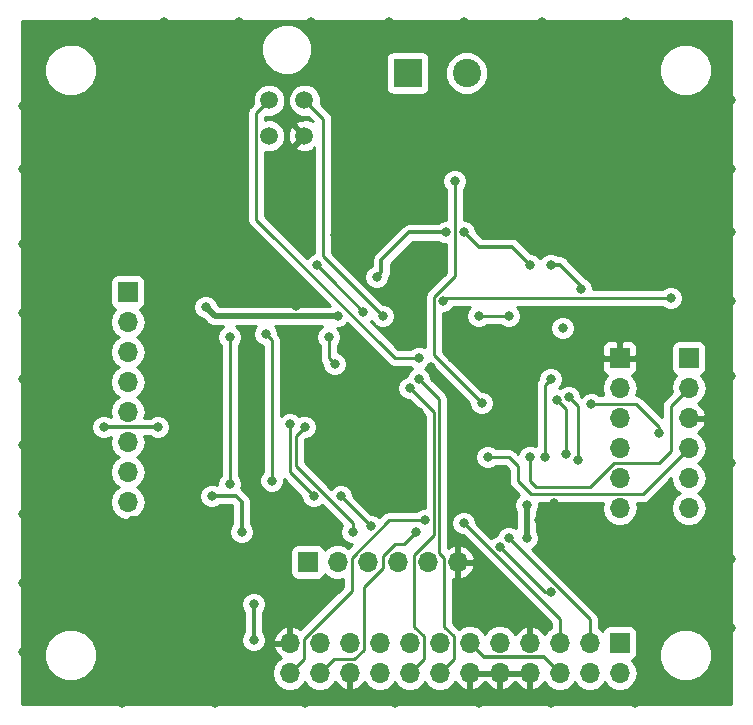
<source format=gbr>
G04 #@! TF.GenerationSoftware,KiCad,Pcbnew,(5.0.2)-1*
G04 #@! TF.CreationDate,2019-03-06T23:00:33-07:00*
G04 #@! TF.ProjectId,AndromedaV3,416e6472-6f6d-4656-9461-56332e6b6963,rev?*
G04 #@! TF.SameCoordinates,Original*
G04 #@! TF.FileFunction,Copper,L2,Bot*
G04 #@! TF.FilePolarity,Positive*
%FSLAX46Y46*%
G04 Gerber Fmt 4.6, Leading zero omitted, Abs format (unit mm)*
G04 Created by KiCad (PCBNEW (5.0.2)-1) date 2019-03-06 11:00:33 PM*
%MOMM*%
%LPD*%
G01*
G04 APERTURE LIST*
G04 #@! TA.AperFunction,ComponentPad*
%ADD10R,2.400000X2.400000*%
G04 #@! TD*
G04 #@! TA.AperFunction,ComponentPad*
%ADD11C,2.400000*%
G04 #@! TD*
G04 #@! TA.AperFunction,ComponentPad*
%ADD12R,1.700000X1.700000*%
G04 #@! TD*
G04 #@! TA.AperFunction,ComponentPad*
%ADD13O,1.700000X1.700000*%
G04 #@! TD*
G04 #@! TA.AperFunction,ComponentPad*
%ADD14C,1.500000*%
G04 #@! TD*
G04 #@! TA.AperFunction,ViaPad*
%ADD15C,0.800000*%
G04 #@! TD*
G04 #@! TA.AperFunction,Conductor*
%ADD16C,0.250000*%
G04 #@! TD*
G04 #@! TA.AperFunction,Conductor*
%ADD17C,0.300000*%
G04 #@! TD*
G04 #@! TA.AperFunction,Conductor*
%ADD18C,0.500000*%
G04 #@! TD*
G04 #@! TA.AperFunction,Conductor*
%ADD19C,0.350000*%
G04 #@! TD*
G04 #@! TA.AperFunction,Conductor*
%ADD20C,0.254000*%
G04 #@! TD*
G04 APERTURE END LIST*
D10*
G04 #@! TO.P,J1,1*
G04 #@! TO.N,Net-(J1-Pad1)*
X140542000Y-64770000D03*
D11*
G04 #@! TO.P,J1,2*
G04 #@! TO.N,Net-(J1-Pad2)*
X145542000Y-64770000D03*
G04 #@! TD*
D12*
G04 #@! TO.P,J2,1*
G04 #@! TO.N,+3V3*
X116840000Y-83312000D03*
D13*
G04 #@! TO.P,J2,2*
G04 #@! TO.N,AG_~CS*
X116840000Y-85852000D03*
G04 #@! TO.P,J2,3*
G04 #@! TO.N,SPI1_SCK*
X116840000Y-88392000D03*
G04 #@! TO.P,J2,4*
G04 #@! TO.N,SPI1_MISO*
X116840000Y-90932000D03*
G04 #@! TO.P,J2,5*
G04 #@! TO.N,SPI1_MOSI*
X116840000Y-93472000D03*
G04 #@! TO.P,J2,6*
G04 #@! TO.N,MAG_~CS*
X116840000Y-96012000D03*
G04 #@! TO.P,J2,7*
G04 #@! TO.N,UART3_TX*
X116840000Y-98552000D03*
G04 #@! TO.P,J2,8*
G04 #@! TO.N,UART3_RX*
X116840000Y-101092000D03*
G04 #@! TD*
D12*
G04 #@! TO.P,J3,1*
G04 #@! TO.N,Accel_~CS*
X132080000Y-106172000D03*
D13*
G04 #@! TO.P,J3,2*
G04 #@! TO.N,SPI2_SCK*
X134620000Y-106172000D03*
G04 #@! TO.P,J3,3*
G04 #@! TO.N,SPI2_MISO*
X137160000Y-106172000D03*
G04 #@! TO.P,J3,4*
G04 #@! TO.N,SPI2_MOSI*
X139700000Y-106172000D03*
G04 #@! TO.P,J3,5*
G04 #@! TO.N,BARO_~CS*
X142240000Y-106172000D03*
G04 #@! TO.P,J3,6*
G04 #@! TO.N,GND*
X144780000Y-106172000D03*
G04 #@! TD*
D12*
G04 #@! TO.P,J4,1*
G04 #@! TO.N,GND*
X158496000Y-88900000D03*
D13*
G04 #@! TO.P,J4,2*
G04 #@! TO.N,SD2_~CS*
X158496000Y-91440000D03*
G04 #@! TO.P,J4,3*
G04 #@! TO.N,SPI3_MOSI*
X158496000Y-93980000D03*
G04 #@! TO.P,J4,4*
G04 #@! TO.N,SPI3_MISO*
X158496000Y-96520000D03*
G04 #@! TO.P,J4,5*
G04 #@! TO.N,SPI3_SCK*
X158496000Y-99060000D03*
G04 #@! TO.P,J4,6*
G04 #@! TO.N,SD1_~CS*
X158496000Y-101600000D03*
G04 #@! TD*
D12*
G04 #@! TO.P,J5,1*
G04 #@! TO.N,+3V3*
X164338000Y-88900000D03*
D13*
G04 #@! TO.P,J5,2*
G04 #@! TO.N,SWCLK*
X164338000Y-91440000D03*
G04 #@! TO.P,J5,3*
G04 #@! TO.N,GND*
X164338000Y-93980000D03*
G04 #@! TO.P,J5,4*
G04 #@! TO.N,SWDIO*
X164338000Y-96520000D03*
G04 #@! TO.P,J5,5*
G04 #@! TO.N,NRST*
X164338000Y-99060000D03*
G04 #@! TO.P,J5,6*
G04 #@! TO.N,SWO*
X164338000Y-101600000D03*
G04 #@! TD*
D14*
G04 #@! TO.P,J6,1*
G04 #@! TO.N,LAUNCH*
X128802000Y-67086000D03*
G04 #@! TO.P,J6,2*
G04 #@! TO.N,UART2_TX*
X131802000Y-67086000D03*
G04 #@! TO.P,J6,3*
G04 #@! TO.N,UART2_RX*
X128802000Y-70086000D03*
G04 #@! TO.P,J6,4*
G04 #@! TO.N,GND*
X131802000Y-70086000D03*
G04 #@! TD*
D13*
G04 #@! TO.P,J7,24*
G04 #@! TO.N,RECOVERY_2*
X130556000Y-115570000D03*
G04 #@! TO.P,J7,12*
G04 #@! TO.N,GND*
X130556000Y-113030000D03*
G04 #@! TO.P,J7,23*
G04 #@! TO.N,RECOVERY_1*
X133096000Y-115570000D03*
G04 #@! TO.P,J7,11*
G04 #@! TO.N,GND*
X133096000Y-113030000D03*
G04 #@! TO.P,J7,22*
X135636000Y-115570000D03*
G04 #@! TO.P,J7,10*
G04 #@! TO.N,+BATT*
X135636000Y-113030000D03*
G04 #@! TO.P,J7,21*
G04 #@! TO.N,+3V3*
X138176000Y-115570000D03*
G04 #@! TO.P,J7,9*
G04 #@! TO.N,Net-(J7-Pad9)*
X138176000Y-113030000D03*
G04 #@! TO.P,J7,20*
G04 #@! TO.N,UART4_RX*
X140716000Y-115570000D03*
G04 #@! TO.P,J7,8*
G04 #@! TO.N,ADC2*
X140716000Y-113030000D03*
G04 #@! TO.P,J7,19*
G04 #@! TO.N,UART4_TX*
X143256000Y-115570000D03*
G04 #@! TO.P,J7,7*
G04 #@! TO.N,ADC1*
X143256000Y-113030000D03*
G04 #@! TO.P,J7,18*
G04 #@! TO.N,GND*
X145796000Y-115570000D03*
G04 #@! TO.P,J7,6*
G04 #@! TO.N,+5V*
X145796000Y-113030000D03*
G04 #@! TO.P,J7,17*
G04 #@! TO.N,GND*
X148336000Y-115570000D03*
G04 #@! TO.P,J7,5*
G04 #@! TO.N,+3V3*
X148336000Y-113030000D03*
G04 #@! TO.P,J7,16*
G04 #@! TO.N,GND*
X150876000Y-115570000D03*
G04 #@! TO.P,J7,4*
X150876000Y-113030000D03*
G04 #@! TO.P,J7,15*
G04 #@! TO.N,+5V*
X153416000Y-115570000D03*
G04 #@! TO.P,J7,3*
G04 #@! TO.N,PROPULSION3*
X153416000Y-113030000D03*
G04 #@! TO.P,J7,14*
G04 #@! TO.N,UART1_RX*
X155956000Y-115570000D03*
G04 #@! TO.P,J7,2*
G04 #@! TO.N,PROPULSION2*
X155956000Y-113030000D03*
G04 #@! TO.P,J7,13*
G04 #@! TO.N,UART1_TX*
X158496000Y-115570000D03*
D12*
G04 #@! TO.P,J7,1*
G04 #@! TO.N,PROPULSION1*
X158496000Y-113030000D03*
G04 #@! TD*
D15*
G04 #@! TO.N,GND*
X107950000Y-107950000D03*
X107950000Y-102108000D03*
X107950000Y-96266000D03*
X107950000Y-90678000D03*
X107950000Y-85090000D03*
X107950000Y-79248000D03*
X107950000Y-72898000D03*
X107950000Y-67564000D03*
X151892000Y-79248000D03*
X147066000Y-91186000D03*
X152400000Y-89408000D03*
X130810000Y-100330000D03*
X152908000Y-101149999D03*
X151638000Y-102616000D03*
X152908000Y-104902000D03*
X128016000Y-101854000D03*
X121158000Y-103124000D03*
X116078000Y-103378000D03*
X125476000Y-109982000D03*
X123698000Y-110998000D03*
X149352000Y-86868000D03*
X136906000Y-79756000D03*
X134366000Y-78486000D03*
X131064000Y-84494000D03*
X130810000Y-82550000D03*
X114046000Y-60452000D03*
X119888000Y-60452000D03*
X126238000Y-60452000D03*
X132334000Y-60452000D03*
X138938000Y-60452000D03*
X145288000Y-60452000D03*
X151892000Y-60452000D03*
X159004000Y-60452000D03*
X167894000Y-67056000D03*
X167894000Y-72898000D03*
X167894000Y-78232000D03*
X167894000Y-84074000D03*
X167894000Y-90424000D03*
X167894000Y-97790000D03*
X167894000Y-105918000D03*
X167894000Y-111760000D03*
X159766000Y-118110000D03*
X152654000Y-118110000D03*
X146558000Y-118110000D03*
X139446000Y-118110000D03*
X131826000Y-118110000D03*
X124206000Y-118110000D03*
X116332000Y-118110000D03*
X107950000Y-113792000D03*
X146050000Y-90424000D03*
X145796000Y-88900000D03*
X144272000Y-88900000D03*
X142494000Y-89662000D03*
X143002000Y-90678000D03*
X141478000Y-93472000D03*
X140208000Y-94996000D03*
X144272000Y-97028000D03*
X146558000Y-96012000D03*
X146558000Y-94234000D03*
X144272000Y-92964000D03*
G04 #@! TO.N,+5V*
X127508000Y-109728000D03*
X127508000Y-112776000D03*
X129032000Y-99277000D03*
X125476000Y-99568000D03*
X128524000Y-86868000D03*
X125476000Y-87122000D03*
G04 #@! TO.N,+3V3*
X150622000Y-101346000D03*
X150622000Y-104140000D03*
X123444000Y-84582000D03*
X134620000Y-85344000D03*
X137922000Y-82042000D03*
X143801000Y-78251337D03*
X145288000Y-78232000D03*
X150876000Y-81026000D03*
X152654000Y-81026000D03*
X134366000Y-89408000D03*
X133858000Y-87122000D03*
X152146000Y-97282000D03*
X152654000Y-90678000D03*
X155194000Y-83058000D03*
X153670000Y-86360000D03*
G04 #@! TO.N,UART2_RX*
X132842000Y-81026000D03*
X136786011Y-84970011D03*
G04 #@! TO.N,UART2_TX*
X138430000Y-85344000D03*
G04 #@! TO.N,LAUNCH*
X141478000Y-88900000D03*
G04 #@! TO.N,SWCLK*
X150876000Y-97282000D03*
G04 #@! TO.N,SWDIO*
X147320000Y-97282000D03*
G04 #@! TO.N,NRST*
X162814000Y-83820000D03*
X143510000Y-84074000D03*
G04 #@! TO.N,SWO*
X161798000Y-95250000D03*
X156078347Y-92832347D03*
G04 #@! TO.N,RECOVERY_2*
X141986000Y-102616000D03*
G04 #@! TO.N,RECOVERY_1*
X141224000Y-103632000D03*
G04 #@! TO.N,UART4_RX*
X140716000Y-91440000D03*
G04 #@! TO.N,ADC2*
X131821347Y-94737347D03*
X135890000Y-103632000D03*
G04 #@! TO.N,UART4_TX*
X141478000Y-90678000D03*
G04 #@! TO.N,ADC1*
X130556000Y-94488000D03*
X132583347Y-100588653D03*
X134874000Y-100584000D03*
X137418653Y-103128653D03*
G04 #@! TO.N,PROPULSION3*
X145283347Y-102874653D03*
G04 #@! TO.N,UART1_RX*
X154178000Y-92202000D03*
X154940000Y-97536000D03*
G04 #@! TO.N,PROPULSION2*
X149098000Y-104140000D03*
G04 #@! TO.N,UART1_TX*
X153162000Y-92456000D03*
X153924000Y-97028000D03*
G04 #@! TO.N,PROPULSION1*
X148336000Y-104902000D03*
X152649347Y-108716653D03*
G04 #@! TO.N,Fan_ctrl*
X146812000Y-92710000D03*
X144526000Y-73914000D03*
G04 #@! TO.N,LED1*
X114808000Y-94742000D03*
X119380000Y-94742000D03*
G04 #@! TO.N,Net-(C6-Pad1)*
X123956653Y-100588653D03*
X126492000Y-103632000D03*
G04 #@! TO.N,Net-(R6-Pad2)*
X146558000Y-85344000D03*
X149098000Y-85344000D03*
G04 #@! TD*
D16*
G04 #@! TO.N,GND*
X107950000Y-107950000D02*
X107950000Y-102108000D01*
X107950000Y-96266000D02*
X107950000Y-90678000D01*
X107950000Y-85090000D02*
X107950000Y-79248000D01*
X107950000Y-72898000D02*
X107950000Y-67564000D01*
X152908000Y-101149999D02*
X152908000Y-104902000D01*
X130810000Y-100330000D02*
X130810000Y-101346000D01*
X130810000Y-101346000D02*
X130302000Y-101854000D01*
X130302000Y-101854000D02*
X128016000Y-101854000D01*
X121158000Y-103124000D02*
X120396000Y-102362000D01*
X120396000Y-102362000D02*
X117094000Y-102362000D01*
X117094000Y-102362000D02*
X116078000Y-103378000D01*
X125476000Y-109982000D02*
X124460000Y-110998000D01*
X124460000Y-110998000D02*
X123698000Y-110998000D01*
X136906000Y-79756000D02*
X135636000Y-79756000D01*
X135636000Y-79756000D02*
X134366000Y-78486000D01*
X131064000Y-84494000D02*
X131064000Y-82804000D01*
X131064000Y-82804000D02*
X130810000Y-82550000D01*
X114046000Y-60452000D02*
X119888000Y-60452000D01*
X126238000Y-60452000D02*
X132334000Y-60452000D01*
X138938000Y-60452000D02*
X145288000Y-60452000D01*
X151892000Y-60452000D02*
X159004000Y-60452000D01*
X167894000Y-67056000D02*
X167894000Y-72898000D01*
X167894000Y-78232000D02*
X167894000Y-84074000D01*
X167894000Y-90424000D02*
X167894000Y-97790000D01*
X167894000Y-105918000D02*
X167894000Y-111760000D01*
X159766000Y-118110000D02*
X152654000Y-118110000D01*
X146558000Y-118110000D02*
X139446000Y-118110000D01*
X131826000Y-118110000D02*
X124206000Y-118110000D01*
X116332000Y-118110000D02*
X110490000Y-118110000D01*
X110490000Y-118110000D02*
X107950000Y-115570000D01*
X107950000Y-115570000D02*
X107950000Y-113792000D01*
X147066000Y-91186000D02*
X146812000Y-91186000D01*
X146812000Y-91186000D02*
X146050000Y-90424000D01*
X145796000Y-88900000D02*
X144272000Y-88900000D01*
X142494000Y-89662000D02*
X142494000Y-90170000D01*
X142494000Y-90170000D02*
X143002000Y-90678000D01*
X140912315Y-93472000D02*
X140208000Y-94176315D01*
X141478000Y-93472000D02*
X140912315Y-93472000D01*
X140208000Y-94176315D02*
X140208000Y-94996000D01*
X144272000Y-97028000D02*
X145542000Y-97028000D01*
X145542000Y-97028000D02*
X146558000Y-96012000D01*
X146558000Y-94234000D02*
X145288000Y-92964000D01*
X145288000Y-92964000D02*
X144272000Y-92964000D01*
D17*
G04 #@! TO.N,+5V*
X146645999Y-113879999D02*
X145796000Y-113030000D01*
X146996001Y-114230001D02*
X146645999Y-113879999D01*
X152076001Y-114230001D02*
X146996001Y-114230001D01*
X153416000Y-115570000D02*
X152076001Y-114230001D01*
X127508000Y-109728000D02*
X127508000Y-112776000D01*
D16*
X129032000Y-99277000D02*
X129032000Y-98711315D01*
X129032000Y-98711315D02*
X129032000Y-87884000D01*
X129032000Y-87884000D02*
X129032000Y-87376000D01*
X129032000Y-87376000D02*
X128778000Y-87122000D01*
X128778000Y-87122000D02*
X128524000Y-86868000D01*
X125476000Y-99568000D02*
X125476000Y-87122000D01*
D18*
G04 #@! TO.N,+3V3*
X150622000Y-104140000D02*
X150622000Y-101346000D01*
X123444000Y-84582000D02*
X124206000Y-85344000D01*
X124206000Y-85344000D02*
X134620000Y-85344000D01*
D17*
X138321999Y-81642001D02*
X138321999Y-80626001D01*
X137922000Y-82042000D02*
X138321999Y-81642001D01*
X138321999Y-80626001D02*
X140696663Y-78251337D01*
X140696663Y-78251337D02*
X143801000Y-78251337D01*
X145288000Y-78232000D02*
X146558000Y-79502000D01*
X146558000Y-79502000D02*
X149352000Y-79502000D01*
X149352000Y-79502000D02*
X150876000Y-81026000D01*
D16*
X134366000Y-89408000D02*
X133858000Y-88900000D01*
X133858000Y-88900000D02*
X133858000Y-87122000D01*
X152146000Y-97282000D02*
X152146000Y-91186000D01*
X152146000Y-91186000D02*
X152654000Y-90678000D01*
D19*
X152654000Y-81026000D02*
X153416000Y-81026000D01*
X153416000Y-81026000D02*
X155194000Y-82804000D01*
X155194000Y-82804000D02*
X155194000Y-83058000D01*
D16*
G04 #@! TO.N,UART2_RX*
X134112000Y-82296000D02*
X132842000Y-81026000D01*
X136786011Y-84970011D02*
X134112000Y-82296000D01*
G04 #@! TO.N,UART2_TX*
X133386999Y-68670999D02*
X131802000Y-67086000D01*
X138430000Y-85344000D02*
X133386999Y-80300999D01*
X133386999Y-80300999D02*
X133386999Y-68670999D01*
G04 #@! TO.N,LAUNCH*
X128052001Y-67835999D02*
X128802000Y-67086000D01*
X127726999Y-68161001D02*
X128052001Y-67835999D01*
X127726999Y-77180999D02*
X127726999Y-68161001D01*
X139446000Y-88900000D02*
X127726999Y-77180999D01*
X141478000Y-88900000D02*
X139446000Y-88900000D01*
G04 #@! TO.N,SWCLK*
X162814000Y-92964000D02*
X164338000Y-91440000D01*
X162814000Y-96774000D02*
X162814000Y-92964000D01*
X150876000Y-99314000D02*
X151384000Y-99822000D01*
X150876000Y-97282000D02*
X150876000Y-99314000D01*
X151384000Y-99822000D02*
X155956000Y-99822000D01*
X155956000Y-99822000D02*
X157988000Y-97790000D01*
X157988000Y-97790000D02*
X161798000Y-97790000D01*
X161798000Y-97790000D02*
X162814000Y-96774000D01*
G04 #@! TO.N,SWDIO*
X163488001Y-97369999D02*
X164338000Y-96520000D01*
X147320000Y-97282000D02*
X149098000Y-97282000D01*
X149098000Y-97282000D02*
X149860000Y-98044000D01*
X149860000Y-98044000D02*
X149860000Y-99314000D01*
X149860000Y-99314000D02*
X150970999Y-100424999D01*
X150970999Y-100424999D02*
X160433001Y-100424999D01*
X160433001Y-100424999D02*
X163488001Y-97369999D01*
G04 #@! TO.N,NRST*
X162814000Y-83820000D02*
X143764000Y-83820000D01*
X143764000Y-83820000D02*
X143510000Y-84074000D01*
G04 #@! TO.N,SWO*
X161798000Y-94742000D02*
X159860999Y-92804999D01*
X161798000Y-95250000D02*
X161798000Y-94742000D01*
X159860999Y-92804999D02*
X156105695Y-92804999D01*
X156105695Y-92804999D02*
X156078347Y-92832347D01*
G04 #@! TO.N,RECOVERY_2*
X131405999Y-114720001D02*
X130556000Y-115570000D01*
X131731001Y-114394999D02*
X131405999Y-114720001D01*
X131731001Y-112655997D02*
X131731001Y-114394999D01*
X135795001Y-105797997D02*
X135795001Y-108591997D01*
X138976998Y-102616000D02*
X135795001Y-105797997D01*
X135795001Y-108591997D02*
X131731001Y-112655997D01*
X141986000Y-102616000D02*
X138976998Y-102616000D01*
G04 #@! TO.N,RECOVERY_1*
X141224000Y-103632000D02*
X140208000Y-104648000D01*
X139484998Y-104648000D02*
X138430000Y-105702998D01*
X140208000Y-104648000D02*
X139484998Y-104648000D01*
X134271001Y-114394999D02*
X133945999Y-114720001D01*
X136010003Y-114394999D02*
X134271001Y-114394999D01*
X136811001Y-113594001D02*
X136010003Y-114394999D01*
X136811001Y-108260001D02*
X136811001Y-113594001D01*
X138430000Y-106641002D02*
X136811001Y-108260001D01*
X133945999Y-114720001D02*
X133096000Y-115570000D01*
X138430000Y-105702998D02*
X138430000Y-106641002D01*
G04 #@! TO.N,UART4_RX*
X141565999Y-114720001D02*
X140716000Y-115570000D01*
X141891001Y-114394999D02*
X141565999Y-114720001D01*
X141891001Y-112465999D02*
X141891001Y-114394999D01*
X141064999Y-105569001D02*
X141064999Y-111639997D01*
X141064999Y-111639997D02*
X141891001Y-112465999D01*
X142748000Y-103886000D02*
X141064999Y-105569001D01*
X142748000Y-93472000D02*
X142748000Y-103886000D01*
X140716000Y-91440000D02*
X142748000Y-93472000D01*
G04 #@! TO.N,ADC2*
X131821347Y-94737347D02*
X131064000Y-95494694D01*
X131064000Y-95494694D02*
X131064000Y-98044000D01*
X131064000Y-98044000D02*
X135890000Y-102870000D01*
X135890000Y-102870000D02*
X135890000Y-103632000D01*
G04 #@! TO.N,UART4_TX*
X141478000Y-90678000D02*
X143198010Y-92398010D01*
X143198010Y-92398010D02*
X143198010Y-105391008D01*
X144105999Y-114720001D02*
X143256000Y-115570000D01*
X143198010Y-105391008D02*
X143604999Y-105797997D01*
X143604999Y-105797997D02*
X143604999Y-111639997D01*
X143604999Y-111639997D02*
X144431001Y-112465999D01*
X144431001Y-114394999D02*
X144105999Y-114720001D01*
X144431001Y-112465999D02*
X144431001Y-114394999D01*
G04 #@! TO.N,ADC1*
X130556000Y-94488000D02*
X130556000Y-96831002D01*
X130556000Y-96831002D02*
X130556000Y-97536000D01*
X130556000Y-97536000D02*
X130556000Y-98561306D01*
X130556000Y-98561306D02*
X132583347Y-100588653D01*
X134874000Y-100584000D02*
X137418653Y-103128653D01*
G04 #@! TO.N,PROPULSION3*
X153416000Y-111007306D02*
X153416000Y-113030000D01*
X145283347Y-102874653D02*
X153416000Y-111007306D01*
G04 #@! TO.N,UART1_RX*
X154178000Y-92202000D02*
X154940000Y-92964000D01*
X154940000Y-92964000D02*
X154940000Y-97536000D01*
G04 #@! TO.N,PROPULSION2*
X155956000Y-110998000D02*
X155956000Y-113030000D01*
X149098000Y-104140000D02*
X155956000Y-110998000D01*
G04 #@! TO.N,UART1_TX*
X153162000Y-92456000D02*
X153924000Y-93218000D01*
X153924000Y-93218000D02*
X153924000Y-97028000D01*
G04 #@! TO.N,PROPULSION1*
X148336000Y-104902000D02*
X152150653Y-108716653D01*
X152150653Y-108716653D02*
X152649347Y-108716653D01*
G04 #@! TO.N,Fan_ctrl*
X144526000Y-81984998D02*
X144526000Y-73914000D01*
X142784999Y-83725999D02*
X144526000Y-81984998D01*
X146812000Y-92710000D02*
X142784999Y-88682999D01*
X142784999Y-88682999D02*
X142784999Y-83725999D01*
D17*
G04 #@! TO.N,LED1*
X117278001Y-94742000D02*
X114808000Y-94742000D01*
X119380000Y-94742000D02*
X117278001Y-94742000D01*
G04 #@! TO.N,Net-(C6-Pad1)*
X123956653Y-100588653D02*
X125988653Y-100588653D01*
X125988653Y-100588653D02*
X126492000Y-101092000D01*
X126492000Y-101092000D02*
X126492000Y-103632000D01*
D16*
G04 #@! TO.N,Net-(R6-Pad2)*
X146558000Y-85344000D02*
X149098000Y-85344000D01*
G04 #@! TD*
D20*
G04 #@! TO.N,GND*
G36*
X167946001Y-118162000D02*
X107898000Y-118162000D01*
X107898000Y-113601431D01*
X109779000Y-113601431D01*
X109779000Y-114490569D01*
X110119259Y-115312026D01*
X110747974Y-115940741D01*
X111569431Y-116281000D01*
X112458569Y-116281000D01*
X113280026Y-115940741D01*
X113908741Y-115312026D01*
X114249000Y-114490569D01*
X114249000Y-113601431D01*
X113908741Y-112779974D01*
X113280026Y-112151259D01*
X112458569Y-111811000D01*
X111569431Y-111811000D01*
X110747974Y-112151259D01*
X110119259Y-112779974D01*
X109779000Y-113601431D01*
X107898000Y-113601431D01*
X107898000Y-109522126D01*
X126473000Y-109522126D01*
X126473000Y-109933874D01*
X126630569Y-110314280D01*
X126723000Y-110406711D01*
X126723001Y-112097288D01*
X126630569Y-112189720D01*
X126473000Y-112570126D01*
X126473000Y-112981874D01*
X126630569Y-113362280D01*
X126921720Y-113653431D01*
X127302126Y-113811000D01*
X127713874Y-113811000D01*
X128094280Y-113653431D01*
X128385431Y-113362280D01*
X128543000Y-112981874D01*
X128543000Y-112673108D01*
X129114514Y-112673108D01*
X129235181Y-112903000D01*
X130429000Y-112903000D01*
X130429000Y-111709845D01*
X130199110Y-111588524D01*
X129789076Y-111758355D01*
X129360817Y-112148642D01*
X129114514Y-112673108D01*
X128543000Y-112673108D01*
X128543000Y-112570126D01*
X128385431Y-112189720D01*
X128293000Y-112097289D01*
X128293000Y-110406711D01*
X128385431Y-110314280D01*
X128543000Y-109933874D01*
X128543000Y-109522126D01*
X128385431Y-109141720D01*
X128094280Y-108850569D01*
X127713874Y-108693000D01*
X127302126Y-108693000D01*
X126921720Y-108850569D01*
X126630569Y-109141720D01*
X126473000Y-109522126D01*
X107898000Y-109522126D01*
X107898000Y-94536126D01*
X113773000Y-94536126D01*
X113773000Y-94947874D01*
X113930569Y-95328280D01*
X114221720Y-95619431D01*
X114602126Y-95777000D01*
X115013874Y-95777000D01*
X115394280Y-95619431D01*
X115406407Y-95607304D01*
X115325908Y-96012000D01*
X115441161Y-96591418D01*
X115769375Y-97082625D01*
X116067761Y-97282000D01*
X115769375Y-97481375D01*
X115441161Y-97972582D01*
X115325908Y-98552000D01*
X115441161Y-99131418D01*
X115769375Y-99622625D01*
X116067761Y-99822000D01*
X115769375Y-100021375D01*
X115441161Y-100512582D01*
X115325908Y-101092000D01*
X115441161Y-101671418D01*
X115769375Y-102162625D01*
X116260582Y-102490839D01*
X116693744Y-102577000D01*
X116986256Y-102577000D01*
X117419418Y-102490839D01*
X117910625Y-102162625D01*
X118238839Y-101671418D01*
X118354092Y-101092000D01*
X118238839Y-100512582D01*
X117910625Y-100021375D01*
X117612239Y-99822000D01*
X117910625Y-99622625D01*
X118238839Y-99131418D01*
X118354092Y-98552000D01*
X118238839Y-97972582D01*
X117910625Y-97481375D01*
X117612239Y-97282000D01*
X117910625Y-97082625D01*
X118238839Y-96591418D01*
X118354092Y-96012000D01*
X118257620Y-95527000D01*
X118701289Y-95527000D01*
X118793720Y-95619431D01*
X119174126Y-95777000D01*
X119585874Y-95777000D01*
X119966280Y-95619431D01*
X120257431Y-95328280D01*
X120415000Y-94947874D01*
X120415000Y-94536126D01*
X120257431Y-94155720D01*
X119966280Y-93864569D01*
X119585874Y-93707000D01*
X119174126Y-93707000D01*
X118793720Y-93864569D01*
X118701289Y-93957000D01*
X118257620Y-93957000D01*
X118354092Y-93472000D01*
X118238839Y-92892582D01*
X117910625Y-92401375D01*
X117612239Y-92202000D01*
X117910625Y-92002625D01*
X118238839Y-91511418D01*
X118354092Y-90932000D01*
X118238839Y-90352582D01*
X117910625Y-89861375D01*
X117612239Y-89662000D01*
X117910625Y-89462625D01*
X118238839Y-88971418D01*
X118354092Y-88392000D01*
X118238839Y-87812582D01*
X117910625Y-87321375D01*
X117612239Y-87122000D01*
X117910625Y-86922625D01*
X118238839Y-86431418D01*
X118354092Y-85852000D01*
X118238839Y-85272582D01*
X117910625Y-84781375D01*
X117892381Y-84769184D01*
X117937765Y-84760157D01*
X118147809Y-84619809D01*
X118288157Y-84409765D01*
X118294848Y-84376126D01*
X122409000Y-84376126D01*
X122409000Y-84787874D01*
X122566569Y-85168280D01*
X122857720Y-85459431D01*
X123219852Y-85609431D01*
X123518577Y-85908156D01*
X123567951Y-85982049D01*
X123641844Y-86031423D01*
X123641845Y-86031424D01*
X123772744Y-86118888D01*
X123860690Y-86177652D01*
X124118835Y-86229000D01*
X124118839Y-86229000D01*
X124206000Y-86246337D01*
X124293161Y-86229000D01*
X124927307Y-86229000D01*
X124889720Y-86244569D01*
X124598569Y-86535720D01*
X124441000Y-86916126D01*
X124441000Y-87327874D01*
X124598569Y-87708280D01*
X124716001Y-87825712D01*
X124716000Y-98864289D01*
X124598569Y-98981720D01*
X124441000Y-99362126D01*
X124441000Y-99669000D01*
X124162527Y-99553653D01*
X123750779Y-99553653D01*
X123370373Y-99711222D01*
X123079222Y-100002373D01*
X122921653Y-100382779D01*
X122921653Y-100794527D01*
X123079222Y-101174933D01*
X123370373Y-101466084D01*
X123750779Y-101623653D01*
X124162527Y-101623653D01*
X124542933Y-101466084D01*
X124635364Y-101373653D01*
X125663496Y-101373653D01*
X125707000Y-101417158D01*
X125707001Y-102953288D01*
X125614569Y-103045720D01*
X125457000Y-103426126D01*
X125457000Y-103837874D01*
X125614569Y-104218280D01*
X125905720Y-104509431D01*
X126286126Y-104667000D01*
X126697874Y-104667000D01*
X127078280Y-104509431D01*
X127369431Y-104218280D01*
X127527000Y-103837874D01*
X127527000Y-103426126D01*
X127369431Y-103045720D01*
X127277000Y-102953289D01*
X127277000Y-101169310D01*
X127292378Y-101091999D01*
X127277000Y-101014688D01*
X127277000Y-101014684D01*
X127231454Y-100785708D01*
X127105288Y-100596888D01*
X127101749Y-100591591D01*
X127101747Y-100591589D01*
X127057953Y-100526047D01*
X126992411Y-100482253D01*
X126598402Y-100088245D01*
X126554606Y-100022700D01*
X126439728Y-99945940D01*
X126511000Y-99773874D01*
X126511000Y-99362126D01*
X126353431Y-98981720D01*
X126236000Y-98864289D01*
X126236000Y-87825711D01*
X126353431Y-87708280D01*
X126511000Y-87327874D01*
X126511000Y-86916126D01*
X126353431Y-86535720D01*
X126062280Y-86244569D01*
X126024693Y-86229000D01*
X127699289Y-86229000D01*
X127646569Y-86281720D01*
X127489000Y-86662126D01*
X127489000Y-87073874D01*
X127646569Y-87454280D01*
X127937720Y-87745431D01*
X128272000Y-87883894D01*
X128272000Y-87958851D01*
X128272001Y-87958856D01*
X128272000Y-98573289D01*
X128154569Y-98690720D01*
X127997000Y-99071126D01*
X127997000Y-99482874D01*
X128154569Y-99863280D01*
X128445720Y-100154431D01*
X128826126Y-100312000D01*
X129237874Y-100312000D01*
X129618280Y-100154431D01*
X129909431Y-99863280D01*
X130067000Y-99482874D01*
X130067000Y-99148609D01*
X130071528Y-99151635D01*
X131548347Y-100628455D01*
X131548347Y-100794527D01*
X131705916Y-101174933D01*
X131997067Y-101466084D01*
X132377473Y-101623653D01*
X132789221Y-101623653D01*
X133169627Y-101466084D01*
X133290455Y-101345256D01*
X135006228Y-103061030D01*
X134855000Y-103426126D01*
X134855000Y-103837874D01*
X135012569Y-104218280D01*
X135303720Y-104509431D01*
X135684126Y-104667000D01*
X135851197Y-104667000D01*
X135526492Y-104991705D01*
X135199418Y-104773161D01*
X134766256Y-104687000D01*
X134473744Y-104687000D01*
X134040582Y-104773161D01*
X133549375Y-105101375D01*
X133537184Y-105119619D01*
X133528157Y-105074235D01*
X133387809Y-104864191D01*
X133177765Y-104723843D01*
X132930000Y-104674560D01*
X131230000Y-104674560D01*
X130982235Y-104723843D01*
X130772191Y-104864191D01*
X130631843Y-105074235D01*
X130582560Y-105322000D01*
X130582560Y-107022000D01*
X130631843Y-107269765D01*
X130772191Y-107479809D01*
X130982235Y-107620157D01*
X131230000Y-107669440D01*
X132930000Y-107669440D01*
X133177765Y-107620157D01*
X133387809Y-107479809D01*
X133528157Y-107269765D01*
X133537184Y-107224381D01*
X133549375Y-107242625D01*
X134040582Y-107570839D01*
X134473744Y-107657000D01*
X134766256Y-107657000D01*
X135035002Y-107603543D01*
X135035002Y-108277194D01*
X131443739Y-111868458D01*
X131322924Y-111758355D01*
X130912890Y-111588524D01*
X130683000Y-111709845D01*
X130683000Y-112903000D01*
X130703000Y-112903000D01*
X130703000Y-113157000D01*
X130683000Y-113157000D01*
X130683000Y-113177000D01*
X130429000Y-113177000D01*
X130429000Y-113157000D01*
X129235181Y-113157000D01*
X129114514Y-113386892D01*
X129360817Y-113911358D01*
X129785786Y-114298647D01*
X129485375Y-114499375D01*
X129157161Y-114990582D01*
X129041908Y-115570000D01*
X129157161Y-116149418D01*
X129485375Y-116640625D01*
X129976582Y-116968839D01*
X130409744Y-117055000D01*
X130702256Y-117055000D01*
X131135418Y-116968839D01*
X131626625Y-116640625D01*
X131826000Y-116342239D01*
X132025375Y-116640625D01*
X132516582Y-116968839D01*
X132949744Y-117055000D01*
X133242256Y-117055000D01*
X133675418Y-116968839D01*
X134166625Y-116640625D01*
X134379843Y-116321522D01*
X134440817Y-116451358D01*
X134869076Y-116841645D01*
X135279110Y-117011476D01*
X135509000Y-116890155D01*
X135509000Y-115697000D01*
X135489000Y-115697000D01*
X135489000Y-115443000D01*
X135509000Y-115443000D01*
X135509000Y-115423000D01*
X135763000Y-115423000D01*
X135763000Y-115443000D01*
X135783000Y-115443000D01*
X135783000Y-115697000D01*
X135763000Y-115697000D01*
X135763000Y-116890155D01*
X135992890Y-117011476D01*
X136402924Y-116841645D01*
X136831183Y-116451358D01*
X136892157Y-116321522D01*
X137105375Y-116640625D01*
X137596582Y-116968839D01*
X138029744Y-117055000D01*
X138322256Y-117055000D01*
X138755418Y-116968839D01*
X139246625Y-116640625D01*
X139446000Y-116342239D01*
X139645375Y-116640625D01*
X140136582Y-116968839D01*
X140569744Y-117055000D01*
X140862256Y-117055000D01*
X141295418Y-116968839D01*
X141786625Y-116640625D01*
X141986000Y-116342239D01*
X142185375Y-116640625D01*
X142676582Y-116968839D01*
X143109744Y-117055000D01*
X143402256Y-117055000D01*
X143835418Y-116968839D01*
X144326625Y-116640625D01*
X144539843Y-116321522D01*
X144600817Y-116451358D01*
X145029076Y-116841645D01*
X145439110Y-117011476D01*
X145669000Y-116890155D01*
X145669000Y-115697000D01*
X145923000Y-115697000D01*
X145923000Y-116890155D01*
X146152890Y-117011476D01*
X146562924Y-116841645D01*
X146991183Y-116451358D01*
X147066000Y-116292046D01*
X147140817Y-116451358D01*
X147569076Y-116841645D01*
X147979110Y-117011476D01*
X148209000Y-116890155D01*
X148209000Y-115697000D01*
X148463000Y-115697000D01*
X148463000Y-116890155D01*
X148692890Y-117011476D01*
X149102924Y-116841645D01*
X149531183Y-116451358D01*
X149606000Y-116292046D01*
X149680817Y-116451358D01*
X150109076Y-116841645D01*
X150519110Y-117011476D01*
X150749000Y-116890155D01*
X150749000Y-115697000D01*
X148463000Y-115697000D01*
X148209000Y-115697000D01*
X145923000Y-115697000D01*
X145669000Y-115697000D01*
X145649000Y-115697000D01*
X145649000Y-115443000D01*
X145669000Y-115443000D01*
X145669000Y-115423000D01*
X145923000Y-115423000D01*
X145923000Y-115443000D01*
X148209000Y-115443000D01*
X148209000Y-115423000D01*
X148463000Y-115423000D01*
X148463000Y-115443000D01*
X150749000Y-115443000D01*
X150749000Y-115423000D01*
X151003000Y-115423000D01*
X151003000Y-115443000D01*
X151023000Y-115443000D01*
X151023000Y-115697000D01*
X151003000Y-115697000D01*
X151003000Y-116890155D01*
X151232890Y-117011476D01*
X151642924Y-116841645D01*
X152071183Y-116451358D01*
X152132157Y-116321522D01*
X152345375Y-116640625D01*
X152836582Y-116968839D01*
X153269744Y-117055000D01*
X153562256Y-117055000D01*
X153995418Y-116968839D01*
X154486625Y-116640625D01*
X154686000Y-116342239D01*
X154885375Y-116640625D01*
X155376582Y-116968839D01*
X155809744Y-117055000D01*
X156102256Y-117055000D01*
X156535418Y-116968839D01*
X157026625Y-116640625D01*
X157226000Y-116342239D01*
X157425375Y-116640625D01*
X157916582Y-116968839D01*
X158349744Y-117055000D01*
X158642256Y-117055000D01*
X159075418Y-116968839D01*
X159566625Y-116640625D01*
X159894839Y-116149418D01*
X160010092Y-115570000D01*
X159894839Y-114990582D01*
X159566625Y-114499375D01*
X159548381Y-114487184D01*
X159593765Y-114478157D01*
X159803809Y-114337809D01*
X159944157Y-114127765D01*
X159993440Y-113880000D01*
X159993440Y-113601431D01*
X161849000Y-113601431D01*
X161849000Y-114490569D01*
X162189259Y-115312026D01*
X162817974Y-115940741D01*
X163639431Y-116281000D01*
X164528569Y-116281000D01*
X165350026Y-115940741D01*
X165978741Y-115312026D01*
X166319000Y-114490569D01*
X166319000Y-113601431D01*
X165978741Y-112779974D01*
X165350026Y-112151259D01*
X164528569Y-111811000D01*
X163639431Y-111811000D01*
X162817974Y-112151259D01*
X162189259Y-112779974D01*
X161849000Y-113601431D01*
X159993440Y-113601431D01*
X159993440Y-112180000D01*
X159944157Y-111932235D01*
X159803809Y-111722191D01*
X159593765Y-111581843D01*
X159346000Y-111532560D01*
X157646000Y-111532560D01*
X157398235Y-111581843D01*
X157188191Y-111722191D01*
X157047843Y-111932235D01*
X157038816Y-111977619D01*
X157026625Y-111959375D01*
X156716000Y-111751822D01*
X156716000Y-111072848D01*
X156730888Y-110998000D01*
X156716000Y-110923152D01*
X156716000Y-110923148D01*
X156671904Y-110701463D01*
X156503929Y-110450071D01*
X156440473Y-110407671D01*
X151096523Y-105063722D01*
X151208280Y-105017431D01*
X151499431Y-104726280D01*
X151657000Y-104345874D01*
X151657000Y-103934126D01*
X151507000Y-103571993D01*
X151507000Y-101914007D01*
X151657000Y-101551874D01*
X151657000Y-101184999D01*
X157064457Y-101184999D01*
X156981908Y-101600000D01*
X157097161Y-102179418D01*
X157425375Y-102670625D01*
X157916582Y-102998839D01*
X158349744Y-103085000D01*
X158642256Y-103085000D01*
X159075418Y-102998839D01*
X159566625Y-102670625D01*
X159894839Y-102179418D01*
X160010092Y-101600000D01*
X159927543Y-101184999D01*
X160358154Y-101184999D01*
X160433001Y-101199887D01*
X160507848Y-101184999D01*
X160507853Y-101184999D01*
X160729538Y-101140903D01*
X160980930Y-100972928D01*
X161023332Y-100909469D01*
X162832020Y-99100782D01*
X162939161Y-99639418D01*
X163267375Y-100130625D01*
X163565761Y-100330000D01*
X163267375Y-100529375D01*
X162939161Y-101020582D01*
X162823908Y-101600000D01*
X162939161Y-102179418D01*
X163267375Y-102670625D01*
X163758582Y-102998839D01*
X164191744Y-103085000D01*
X164484256Y-103085000D01*
X164917418Y-102998839D01*
X165408625Y-102670625D01*
X165736839Y-102179418D01*
X165852092Y-101600000D01*
X165736839Y-101020582D01*
X165408625Y-100529375D01*
X165110239Y-100330000D01*
X165408625Y-100130625D01*
X165736839Y-99639418D01*
X165852092Y-99060000D01*
X165736839Y-98480582D01*
X165408625Y-97989375D01*
X165110239Y-97790000D01*
X165408625Y-97590625D01*
X165736839Y-97099418D01*
X165852092Y-96520000D01*
X165736839Y-95940582D01*
X165408625Y-95449375D01*
X165089522Y-95236157D01*
X165219358Y-95175183D01*
X165609645Y-94746924D01*
X165779476Y-94336890D01*
X165658155Y-94107000D01*
X164465000Y-94107000D01*
X164465000Y-94127000D01*
X164211000Y-94127000D01*
X164211000Y-94107000D01*
X164191000Y-94107000D01*
X164191000Y-93853000D01*
X164211000Y-93853000D01*
X164211000Y-93833000D01*
X164465000Y-93833000D01*
X164465000Y-93853000D01*
X165658155Y-93853000D01*
X165779476Y-93623110D01*
X165609645Y-93213076D01*
X165219358Y-92784817D01*
X165089522Y-92723843D01*
X165408625Y-92510625D01*
X165736839Y-92019418D01*
X165852092Y-91440000D01*
X165736839Y-90860582D01*
X165408625Y-90369375D01*
X165390381Y-90357184D01*
X165435765Y-90348157D01*
X165645809Y-90207809D01*
X165786157Y-89997765D01*
X165835440Y-89750000D01*
X165835440Y-88050000D01*
X165786157Y-87802235D01*
X165645809Y-87592191D01*
X165435765Y-87451843D01*
X165188000Y-87402560D01*
X163488000Y-87402560D01*
X163240235Y-87451843D01*
X163030191Y-87592191D01*
X162889843Y-87802235D01*
X162840560Y-88050000D01*
X162840560Y-89750000D01*
X162889843Y-89997765D01*
X163030191Y-90207809D01*
X163240235Y-90348157D01*
X163285619Y-90357184D01*
X163267375Y-90369375D01*
X162939161Y-90860582D01*
X162823908Y-91440000D01*
X162896791Y-91806407D01*
X162329528Y-92373671D01*
X162266072Y-92416071D01*
X162223672Y-92479527D01*
X162223671Y-92479528D01*
X162098097Y-92667463D01*
X162039112Y-92964000D01*
X162054001Y-93038852D01*
X162054001Y-93923199D01*
X160451330Y-92320529D01*
X160408928Y-92257070D01*
X160157536Y-92089095D01*
X159935851Y-92044999D01*
X159935846Y-92044999D01*
X159884562Y-92034798D01*
X159894839Y-92019418D01*
X160010092Y-91440000D01*
X159894839Y-90860582D01*
X159566625Y-90369375D01*
X159544967Y-90354904D01*
X159705698Y-90288327D01*
X159884327Y-90109699D01*
X159981000Y-89876310D01*
X159981000Y-89185750D01*
X159822250Y-89027000D01*
X158623000Y-89027000D01*
X158623000Y-89047000D01*
X158369000Y-89047000D01*
X158369000Y-89027000D01*
X157169750Y-89027000D01*
X157011000Y-89185750D01*
X157011000Y-89876310D01*
X157107673Y-90109699D01*
X157286302Y-90288327D01*
X157447033Y-90354904D01*
X157425375Y-90369375D01*
X157097161Y-90860582D01*
X156981908Y-91440000D01*
X157097161Y-92019418D01*
X157114254Y-92044999D01*
X156754710Y-92044999D01*
X156664627Y-91954916D01*
X156284221Y-91797347D01*
X155872473Y-91797347D01*
X155492067Y-91954916D01*
X155248892Y-92198091D01*
X155213000Y-92162198D01*
X155213000Y-91996126D01*
X155055431Y-91615720D01*
X154764280Y-91324569D01*
X154383874Y-91167000D01*
X153972126Y-91167000D01*
X153591720Y-91324569D01*
X153457970Y-91458319D01*
X153372708Y-91423003D01*
X153531431Y-91264280D01*
X153689000Y-90883874D01*
X153689000Y-90472126D01*
X153531431Y-90091720D01*
X153240280Y-89800569D01*
X152859874Y-89643000D01*
X152448126Y-89643000D01*
X152067720Y-89800569D01*
X151776569Y-90091720D01*
X151619000Y-90472126D01*
X151619000Y-90624087D01*
X151598072Y-90638071D01*
X151555672Y-90701527D01*
X151555671Y-90701528D01*
X151430097Y-90889463D01*
X151371112Y-91186000D01*
X151386001Y-91260852D01*
X151386000Y-96372973D01*
X151081874Y-96247000D01*
X150670126Y-96247000D01*
X150289720Y-96404569D01*
X149998569Y-96695720D01*
X149877883Y-96987082D01*
X149688331Y-96797530D01*
X149645929Y-96734071D01*
X149394537Y-96566096D01*
X149172852Y-96522000D01*
X149172847Y-96522000D01*
X149098000Y-96507112D01*
X149023153Y-96522000D01*
X148023711Y-96522000D01*
X147906280Y-96404569D01*
X147525874Y-96247000D01*
X147114126Y-96247000D01*
X146733720Y-96404569D01*
X146442569Y-96695720D01*
X146285000Y-97076126D01*
X146285000Y-97487874D01*
X146442569Y-97868280D01*
X146733720Y-98159431D01*
X147114126Y-98317000D01*
X147525874Y-98317000D01*
X147906280Y-98159431D01*
X148023711Y-98042000D01*
X148783199Y-98042000D01*
X149100000Y-98358802D01*
X149100001Y-99239149D01*
X149085112Y-99314000D01*
X149100001Y-99388852D01*
X149132782Y-99553653D01*
X149144097Y-99610537D01*
X149211373Y-99711222D01*
X149312072Y-99861929D01*
X149375528Y-99904329D01*
X149987744Y-100516545D01*
X149744569Y-100759720D01*
X149587000Y-101140126D01*
X149587000Y-101551874D01*
X149737001Y-101914009D01*
X149737000Y-103315289D01*
X149684280Y-103262569D01*
X149303874Y-103105000D01*
X148892126Y-103105000D01*
X148511720Y-103262569D01*
X148220569Y-103553720D01*
X148082661Y-103886661D01*
X147749720Y-104024569D01*
X147628892Y-104145397D01*
X146318347Y-102834852D01*
X146318347Y-102668779D01*
X146160778Y-102288373D01*
X145869627Y-101997222D01*
X145489221Y-101839653D01*
X145077473Y-101839653D01*
X144697067Y-101997222D01*
X144405916Y-102288373D01*
X144248347Y-102668779D01*
X144248347Y-103080527D01*
X144405916Y-103460933D01*
X144697067Y-103752084D01*
X145077473Y-103909653D01*
X145243546Y-103909653D01*
X152656000Y-111322108D01*
X152656000Y-111751822D01*
X152345375Y-111959375D01*
X152132157Y-112278478D01*
X152071183Y-112148642D01*
X151642924Y-111758355D01*
X151232890Y-111588524D01*
X151003000Y-111709845D01*
X151003000Y-112903000D01*
X151023000Y-112903000D01*
X151023000Y-113157000D01*
X151003000Y-113157000D01*
X151003000Y-113177000D01*
X150749000Y-113177000D01*
X150749000Y-113157000D01*
X150729000Y-113157000D01*
X150729000Y-112903000D01*
X150749000Y-112903000D01*
X150749000Y-111709845D01*
X150519110Y-111588524D01*
X150109076Y-111758355D01*
X149680817Y-112148642D01*
X149619843Y-112278478D01*
X149406625Y-111959375D01*
X148915418Y-111631161D01*
X148482256Y-111545000D01*
X148189744Y-111545000D01*
X147756582Y-111631161D01*
X147265375Y-111959375D01*
X147066000Y-112257761D01*
X146866625Y-111959375D01*
X146375418Y-111631161D01*
X145942256Y-111545000D01*
X145649744Y-111545000D01*
X145216582Y-111631161D01*
X144889508Y-111849705D01*
X144364999Y-111325196D01*
X144364999Y-107589407D01*
X144423110Y-107613476D01*
X144653000Y-107492155D01*
X144653000Y-106299000D01*
X144907000Y-106299000D01*
X144907000Y-107492155D01*
X145136890Y-107613476D01*
X145546924Y-107443645D01*
X145975183Y-107053358D01*
X146221486Y-106528892D01*
X146100819Y-106299000D01*
X144907000Y-106299000D01*
X144653000Y-106299000D01*
X144633000Y-106299000D01*
X144633000Y-106045000D01*
X144653000Y-106045000D01*
X144653000Y-104851845D01*
X144907000Y-104851845D01*
X144907000Y-106045000D01*
X146100819Y-106045000D01*
X146221486Y-105815108D01*
X145975183Y-105290642D01*
X145546924Y-104900355D01*
X145136890Y-104730524D01*
X144907000Y-104851845D01*
X144653000Y-104851845D01*
X144423110Y-104730524D01*
X144013076Y-104900355D01*
X143958010Y-104950539D01*
X143958010Y-92472856D01*
X143972898Y-92398009D01*
X143958010Y-92323162D01*
X143958010Y-92323158D01*
X143913914Y-92101473D01*
X143847866Y-92002625D01*
X143788339Y-91913536D01*
X143788337Y-91913534D01*
X143745939Y-91850081D01*
X143682486Y-91807683D01*
X142513000Y-90638198D01*
X142513000Y-90472126D01*
X142355431Y-90091720D01*
X142064280Y-89800569D01*
X142036350Y-89789000D01*
X142064280Y-89777431D01*
X142355431Y-89486280D01*
X142401722Y-89374523D01*
X145777000Y-92749803D01*
X145777000Y-92915874D01*
X145934569Y-93296280D01*
X146225720Y-93587431D01*
X146606126Y-93745000D01*
X147017874Y-93745000D01*
X147398280Y-93587431D01*
X147689431Y-93296280D01*
X147847000Y-92915874D01*
X147847000Y-92504126D01*
X147689431Y-92123720D01*
X147398280Y-91832569D01*
X147017874Y-91675000D01*
X146851803Y-91675000D01*
X143544999Y-88368198D01*
X143544999Y-87923690D01*
X157011000Y-87923690D01*
X157011000Y-88614250D01*
X157169750Y-88773000D01*
X158369000Y-88773000D01*
X158369000Y-87573750D01*
X158623000Y-87573750D01*
X158623000Y-88773000D01*
X159822250Y-88773000D01*
X159981000Y-88614250D01*
X159981000Y-87923690D01*
X159884327Y-87690301D01*
X159705698Y-87511673D01*
X159472309Y-87415000D01*
X158781750Y-87415000D01*
X158623000Y-87573750D01*
X158369000Y-87573750D01*
X158210250Y-87415000D01*
X157519691Y-87415000D01*
X157286302Y-87511673D01*
X157107673Y-87690301D01*
X157011000Y-87923690D01*
X143544999Y-87923690D01*
X143544999Y-85109000D01*
X143715874Y-85109000D01*
X144096280Y-84951431D01*
X144387431Y-84660280D01*
X144420684Y-84580000D01*
X145858289Y-84580000D01*
X145680569Y-84757720D01*
X145523000Y-85138126D01*
X145523000Y-85549874D01*
X145680569Y-85930280D01*
X145971720Y-86221431D01*
X146352126Y-86379000D01*
X146763874Y-86379000D01*
X147144280Y-86221431D01*
X147261711Y-86104000D01*
X148394289Y-86104000D01*
X148511720Y-86221431D01*
X148892126Y-86379000D01*
X149303874Y-86379000D01*
X149684280Y-86221431D01*
X149751585Y-86154126D01*
X152635000Y-86154126D01*
X152635000Y-86565874D01*
X152792569Y-86946280D01*
X153083720Y-87237431D01*
X153464126Y-87395000D01*
X153875874Y-87395000D01*
X154256280Y-87237431D01*
X154547431Y-86946280D01*
X154705000Y-86565874D01*
X154705000Y-86154126D01*
X154547431Y-85773720D01*
X154256280Y-85482569D01*
X153875874Y-85325000D01*
X153464126Y-85325000D01*
X153083720Y-85482569D01*
X152792569Y-85773720D01*
X152635000Y-86154126D01*
X149751585Y-86154126D01*
X149975431Y-85930280D01*
X150133000Y-85549874D01*
X150133000Y-85138126D01*
X149975431Y-84757720D01*
X149797711Y-84580000D01*
X162110289Y-84580000D01*
X162227720Y-84697431D01*
X162608126Y-84855000D01*
X163019874Y-84855000D01*
X163400280Y-84697431D01*
X163691431Y-84406280D01*
X163849000Y-84025874D01*
X163849000Y-83614126D01*
X163691431Y-83233720D01*
X163400280Y-82942569D01*
X163019874Y-82785000D01*
X162608126Y-82785000D01*
X162227720Y-82942569D01*
X162110289Y-83060000D01*
X156229000Y-83060000D01*
X156229000Y-82852126D01*
X156071431Y-82471720D01*
X155780280Y-82180569D01*
X155670687Y-82135174D01*
X154045168Y-80509656D01*
X153999977Y-80442023D01*
X153732046Y-80262997D01*
X153495774Y-80216000D01*
X153495773Y-80216000D01*
X153416000Y-80200132D01*
X153336227Y-80216000D01*
X153307711Y-80216000D01*
X153240280Y-80148569D01*
X152859874Y-79991000D01*
X152448126Y-79991000D01*
X152067720Y-80148569D01*
X151776569Y-80439720D01*
X151765000Y-80467650D01*
X151753431Y-80439720D01*
X151462280Y-80148569D01*
X151081874Y-79991000D01*
X150951158Y-79991000D01*
X149961748Y-79001591D01*
X149917953Y-78936047D01*
X149658292Y-78762546D01*
X149429316Y-78717000D01*
X149429312Y-78717000D01*
X149352000Y-78701622D01*
X149274688Y-78717000D01*
X146883158Y-78717000D01*
X146323000Y-78156843D01*
X146323000Y-78026126D01*
X146165431Y-77645720D01*
X145874280Y-77354569D01*
X145493874Y-77197000D01*
X145286000Y-77197000D01*
X145286000Y-74617711D01*
X145403431Y-74500280D01*
X145561000Y-74119874D01*
X145561000Y-73708126D01*
X145403431Y-73327720D01*
X145112280Y-73036569D01*
X144731874Y-72879000D01*
X144320126Y-72879000D01*
X143939720Y-73036569D01*
X143648569Y-73327720D01*
X143491000Y-73708126D01*
X143491000Y-74119874D01*
X143648569Y-74500280D01*
X143766001Y-74617712D01*
X143766001Y-77216337D01*
X143595126Y-77216337D01*
X143214720Y-77373906D01*
X143122289Y-77466337D01*
X140773974Y-77466337D01*
X140696662Y-77450959D01*
X140619350Y-77466337D01*
X140619347Y-77466337D01*
X140390371Y-77511883D01*
X140196254Y-77641588D01*
X140196252Y-77641590D01*
X140130710Y-77685384D01*
X140086916Y-77750926D01*
X137821589Y-80016254D01*
X137756047Y-80060048D01*
X137712253Y-80125590D01*
X137712250Y-80125593D01*
X137582545Y-80319710D01*
X137521621Y-80626001D01*
X137537000Y-80703317D01*
X137537000Y-81081196D01*
X137335720Y-81164569D01*
X137044569Y-81455720D01*
X136887000Y-81836126D01*
X136887000Y-82247874D01*
X137044569Y-82628280D01*
X137335720Y-82919431D01*
X137716126Y-83077000D01*
X138127874Y-83077000D01*
X138508280Y-82919431D01*
X138799431Y-82628280D01*
X138957000Y-82247874D01*
X138957000Y-82104617D01*
X139061453Y-81948293D01*
X139106999Y-81719317D01*
X139106999Y-81719314D01*
X139122377Y-81642002D01*
X139106999Y-81564690D01*
X139106999Y-80951158D01*
X141021821Y-79036337D01*
X143122289Y-79036337D01*
X143214720Y-79128768D01*
X143595126Y-79286337D01*
X143766000Y-79286337D01*
X143766000Y-81670196D01*
X142300527Y-83135670D01*
X142237071Y-83178070D01*
X142194671Y-83241526D01*
X142194670Y-83241527D01*
X142069096Y-83429462D01*
X142010111Y-83725999D01*
X142025000Y-83800851D01*
X142024999Y-88006298D01*
X141683874Y-87865000D01*
X141272126Y-87865000D01*
X140891720Y-88022569D01*
X140774289Y-88140000D01*
X139760802Y-88140000D01*
X137420267Y-85799466D01*
X137475504Y-85744229D01*
X137552569Y-85930280D01*
X137843720Y-86221431D01*
X138224126Y-86379000D01*
X138635874Y-86379000D01*
X139016280Y-86221431D01*
X139307431Y-85930280D01*
X139465000Y-85549874D01*
X139465000Y-85138126D01*
X139307431Y-84757720D01*
X139016280Y-84466569D01*
X138635874Y-84309000D01*
X138469803Y-84309000D01*
X134146999Y-79986198D01*
X134146999Y-68745845D01*
X134161887Y-68670998D01*
X134146999Y-68596151D01*
X134146999Y-68596147D01*
X134102903Y-68374462D01*
X133934928Y-68123070D01*
X133871472Y-68080670D01*
X133176835Y-67386034D01*
X133187000Y-67361494D01*
X133187000Y-66810506D01*
X132976147Y-66301460D01*
X132586540Y-65911853D01*
X132077494Y-65701000D01*
X131526506Y-65701000D01*
X131017460Y-65911853D01*
X130627853Y-66301460D01*
X130417000Y-66810506D01*
X130417000Y-67361494D01*
X130627853Y-67870540D01*
X131017460Y-68260147D01*
X131526506Y-68471000D01*
X132077494Y-68471000D01*
X132102034Y-68460835D01*
X132508558Y-68867360D01*
X132006829Y-68688799D01*
X131456552Y-68716770D01*
X131078077Y-68873540D01*
X131010088Y-69114483D01*
X131802000Y-69906395D01*
X131816143Y-69892253D01*
X131995748Y-70071858D01*
X131981605Y-70086000D01*
X131995748Y-70100143D01*
X131816143Y-70279748D01*
X131802000Y-70265605D01*
X131010088Y-71057517D01*
X131078077Y-71298460D01*
X131597171Y-71483201D01*
X132147448Y-71455230D01*
X132525923Y-71298460D01*
X132593911Y-71057519D01*
X132627000Y-71090608D01*
X132626999Y-79994781D01*
X132255720Y-80148569D01*
X132012545Y-80391744D01*
X128486999Y-76866198D01*
X128486999Y-71454636D01*
X128526506Y-71471000D01*
X129077494Y-71471000D01*
X129586540Y-71260147D01*
X129976147Y-70870540D01*
X130187000Y-70361494D01*
X130187000Y-69881171D01*
X130404799Y-69881171D01*
X130432770Y-70431448D01*
X130589540Y-70809923D01*
X130830483Y-70877912D01*
X131622395Y-70086000D01*
X130830483Y-69294088D01*
X130589540Y-69362077D01*
X130404799Y-69881171D01*
X130187000Y-69881171D01*
X130187000Y-69810506D01*
X129976147Y-69301460D01*
X129586540Y-68911853D01*
X129077494Y-68701000D01*
X128526506Y-68701000D01*
X128486999Y-68717364D01*
X128486999Y-68475802D01*
X128501966Y-68460835D01*
X128526506Y-68471000D01*
X129077494Y-68471000D01*
X129586540Y-68260147D01*
X129976147Y-67870540D01*
X130187000Y-67361494D01*
X130187000Y-66810506D01*
X129976147Y-66301460D01*
X129586540Y-65911853D01*
X129077494Y-65701000D01*
X128526506Y-65701000D01*
X128017460Y-65911853D01*
X127627853Y-66301460D01*
X127417000Y-66810506D01*
X127417000Y-67361494D01*
X127427165Y-67386034D01*
X127242527Y-67570672D01*
X127179071Y-67613072D01*
X127136671Y-67676528D01*
X127136670Y-67676529D01*
X127011096Y-67864464D01*
X126952111Y-68161001D01*
X126967000Y-68235853D01*
X126966999Y-77106152D01*
X126952111Y-77180999D01*
X126966999Y-77255846D01*
X126966999Y-77255850D01*
X127011095Y-77477535D01*
X127179070Y-77728928D01*
X127242529Y-77771330D01*
X133930198Y-84459000D01*
X124572579Y-84459000D01*
X124471431Y-84357852D01*
X124321431Y-83995720D01*
X124030280Y-83704569D01*
X123649874Y-83547000D01*
X123238126Y-83547000D01*
X122857720Y-83704569D01*
X122566569Y-83995720D01*
X122409000Y-84376126D01*
X118294848Y-84376126D01*
X118337440Y-84162000D01*
X118337440Y-82462000D01*
X118288157Y-82214235D01*
X118147809Y-82004191D01*
X117937765Y-81863843D01*
X117690000Y-81814560D01*
X115990000Y-81814560D01*
X115742235Y-81863843D01*
X115532191Y-82004191D01*
X115391843Y-82214235D01*
X115342560Y-82462000D01*
X115342560Y-84162000D01*
X115391843Y-84409765D01*
X115532191Y-84619809D01*
X115742235Y-84760157D01*
X115787619Y-84769184D01*
X115769375Y-84781375D01*
X115441161Y-85272582D01*
X115325908Y-85852000D01*
X115441161Y-86431418D01*
X115769375Y-86922625D01*
X116067761Y-87122000D01*
X115769375Y-87321375D01*
X115441161Y-87812582D01*
X115325908Y-88392000D01*
X115441161Y-88971418D01*
X115769375Y-89462625D01*
X116067761Y-89662000D01*
X115769375Y-89861375D01*
X115441161Y-90352582D01*
X115325908Y-90932000D01*
X115441161Y-91511418D01*
X115769375Y-92002625D01*
X116067761Y-92202000D01*
X115769375Y-92401375D01*
X115441161Y-92892582D01*
X115325908Y-93472000D01*
X115406407Y-93876696D01*
X115394280Y-93864569D01*
X115013874Y-93707000D01*
X114602126Y-93707000D01*
X114221720Y-93864569D01*
X113930569Y-94155720D01*
X113773000Y-94536126D01*
X107898000Y-94536126D01*
X107898000Y-64071431D01*
X109779000Y-64071431D01*
X109779000Y-64960569D01*
X110119259Y-65782026D01*
X110747974Y-66410741D01*
X111569431Y-66751000D01*
X112458569Y-66751000D01*
X113280026Y-66410741D01*
X113908741Y-65782026D01*
X114249000Y-64960569D01*
X114249000Y-64071431D01*
X113908741Y-63249974D01*
X113280026Y-62621259D01*
X112604200Y-62341322D01*
X128167000Y-62341322D01*
X128167000Y-63190678D01*
X128492034Y-63975380D01*
X129092620Y-64575966D01*
X129877322Y-64901000D01*
X130726678Y-64901000D01*
X131511380Y-64575966D01*
X132111966Y-63975380D01*
X132279879Y-63570000D01*
X138694560Y-63570000D01*
X138694560Y-65970000D01*
X138743843Y-66217765D01*
X138884191Y-66427809D01*
X139094235Y-66568157D01*
X139342000Y-66617440D01*
X141742000Y-66617440D01*
X141989765Y-66568157D01*
X142199809Y-66427809D01*
X142340157Y-66217765D01*
X142389440Y-65970000D01*
X142389440Y-64404996D01*
X143707000Y-64404996D01*
X143707000Y-65135004D01*
X143986362Y-65809444D01*
X144502556Y-66325638D01*
X145176996Y-66605000D01*
X145907004Y-66605000D01*
X146581444Y-66325638D01*
X147097638Y-65809444D01*
X147377000Y-65135004D01*
X147377000Y-64404996D01*
X147238833Y-64071431D01*
X161849000Y-64071431D01*
X161849000Y-64960569D01*
X162189259Y-65782026D01*
X162817974Y-66410741D01*
X163639431Y-66751000D01*
X164528569Y-66751000D01*
X165350026Y-66410741D01*
X165978741Y-65782026D01*
X166319000Y-64960569D01*
X166319000Y-64071431D01*
X165978741Y-63249974D01*
X165350026Y-62621259D01*
X164528569Y-62281000D01*
X163639431Y-62281000D01*
X162817974Y-62621259D01*
X162189259Y-63249974D01*
X161849000Y-64071431D01*
X147238833Y-64071431D01*
X147097638Y-63730556D01*
X146581444Y-63214362D01*
X145907004Y-62935000D01*
X145176996Y-62935000D01*
X144502556Y-63214362D01*
X143986362Y-63730556D01*
X143707000Y-64404996D01*
X142389440Y-64404996D01*
X142389440Y-63570000D01*
X142340157Y-63322235D01*
X142199809Y-63112191D01*
X141989765Y-62971843D01*
X141742000Y-62922560D01*
X139342000Y-62922560D01*
X139094235Y-62971843D01*
X138884191Y-63112191D01*
X138743843Y-63322235D01*
X138694560Y-63570000D01*
X132279879Y-63570000D01*
X132437000Y-63190678D01*
X132437000Y-62341322D01*
X132111966Y-61556620D01*
X131511380Y-60956034D01*
X130726678Y-60631000D01*
X129877322Y-60631000D01*
X129092620Y-60956034D01*
X128492034Y-61556620D01*
X128167000Y-62341322D01*
X112604200Y-62341322D01*
X112458569Y-62281000D01*
X111569431Y-62281000D01*
X110747974Y-62621259D01*
X110119259Y-63249974D01*
X109779000Y-64071431D01*
X107898000Y-64071431D01*
X107898000Y-60400000D01*
X167946000Y-60400000D01*
X167946001Y-118162000D01*
X167946001Y-118162000D01*
G37*
X167946001Y-118162000D02*
X107898000Y-118162000D01*
X107898000Y-113601431D01*
X109779000Y-113601431D01*
X109779000Y-114490569D01*
X110119259Y-115312026D01*
X110747974Y-115940741D01*
X111569431Y-116281000D01*
X112458569Y-116281000D01*
X113280026Y-115940741D01*
X113908741Y-115312026D01*
X114249000Y-114490569D01*
X114249000Y-113601431D01*
X113908741Y-112779974D01*
X113280026Y-112151259D01*
X112458569Y-111811000D01*
X111569431Y-111811000D01*
X110747974Y-112151259D01*
X110119259Y-112779974D01*
X109779000Y-113601431D01*
X107898000Y-113601431D01*
X107898000Y-109522126D01*
X126473000Y-109522126D01*
X126473000Y-109933874D01*
X126630569Y-110314280D01*
X126723000Y-110406711D01*
X126723001Y-112097288D01*
X126630569Y-112189720D01*
X126473000Y-112570126D01*
X126473000Y-112981874D01*
X126630569Y-113362280D01*
X126921720Y-113653431D01*
X127302126Y-113811000D01*
X127713874Y-113811000D01*
X128094280Y-113653431D01*
X128385431Y-113362280D01*
X128543000Y-112981874D01*
X128543000Y-112673108D01*
X129114514Y-112673108D01*
X129235181Y-112903000D01*
X130429000Y-112903000D01*
X130429000Y-111709845D01*
X130199110Y-111588524D01*
X129789076Y-111758355D01*
X129360817Y-112148642D01*
X129114514Y-112673108D01*
X128543000Y-112673108D01*
X128543000Y-112570126D01*
X128385431Y-112189720D01*
X128293000Y-112097289D01*
X128293000Y-110406711D01*
X128385431Y-110314280D01*
X128543000Y-109933874D01*
X128543000Y-109522126D01*
X128385431Y-109141720D01*
X128094280Y-108850569D01*
X127713874Y-108693000D01*
X127302126Y-108693000D01*
X126921720Y-108850569D01*
X126630569Y-109141720D01*
X126473000Y-109522126D01*
X107898000Y-109522126D01*
X107898000Y-94536126D01*
X113773000Y-94536126D01*
X113773000Y-94947874D01*
X113930569Y-95328280D01*
X114221720Y-95619431D01*
X114602126Y-95777000D01*
X115013874Y-95777000D01*
X115394280Y-95619431D01*
X115406407Y-95607304D01*
X115325908Y-96012000D01*
X115441161Y-96591418D01*
X115769375Y-97082625D01*
X116067761Y-97282000D01*
X115769375Y-97481375D01*
X115441161Y-97972582D01*
X115325908Y-98552000D01*
X115441161Y-99131418D01*
X115769375Y-99622625D01*
X116067761Y-99822000D01*
X115769375Y-100021375D01*
X115441161Y-100512582D01*
X115325908Y-101092000D01*
X115441161Y-101671418D01*
X115769375Y-102162625D01*
X116260582Y-102490839D01*
X116693744Y-102577000D01*
X116986256Y-102577000D01*
X117419418Y-102490839D01*
X117910625Y-102162625D01*
X118238839Y-101671418D01*
X118354092Y-101092000D01*
X118238839Y-100512582D01*
X117910625Y-100021375D01*
X117612239Y-99822000D01*
X117910625Y-99622625D01*
X118238839Y-99131418D01*
X118354092Y-98552000D01*
X118238839Y-97972582D01*
X117910625Y-97481375D01*
X117612239Y-97282000D01*
X117910625Y-97082625D01*
X118238839Y-96591418D01*
X118354092Y-96012000D01*
X118257620Y-95527000D01*
X118701289Y-95527000D01*
X118793720Y-95619431D01*
X119174126Y-95777000D01*
X119585874Y-95777000D01*
X119966280Y-95619431D01*
X120257431Y-95328280D01*
X120415000Y-94947874D01*
X120415000Y-94536126D01*
X120257431Y-94155720D01*
X119966280Y-93864569D01*
X119585874Y-93707000D01*
X119174126Y-93707000D01*
X118793720Y-93864569D01*
X118701289Y-93957000D01*
X118257620Y-93957000D01*
X118354092Y-93472000D01*
X118238839Y-92892582D01*
X117910625Y-92401375D01*
X117612239Y-92202000D01*
X117910625Y-92002625D01*
X118238839Y-91511418D01*
X118354092Y-90932000D01*
X118238839Y-90352582D01*
X117910625Y-89861375D01*
X117612239Y-89662000D01*
X117910625Y-89462625D01*
X118238839Y-88971418D01*
X118354092Y-88392000D01*
X118238839Y-87812582D01*
X117910625Y-87321375D01*
X117612239Y-87122000D01*
X117910625Y-86922625D01*
X118238839Y-86431418D01*
X118354092Y-85852000D01*
X118238839Y-85272582D01*
X117910625Y-84781375D01*
X117892381Y-84769184D01*
X117937765Y-84760157D01*
X118147809Y-84619809D01*
X118288157Y-84409765D01*
X118294848Y-84376126D01*
X122409000Y-84376126D01*
X122409000Y-84787874D01*
X122566569Y-85168280D01*
X122857720Y-85459431D01*
X123219852Y-85609431D01*
X123518577Y-85908156D01*
X123567951Y-85982049D01*
X123641844Y-86031423D01*
X123641845Y-86031424D01*
X123772744Y-86118888D01*
X123860690Y-86177652D01*
X124118835Y-86229000D01*
X124118839Y-86229000D01*
X124206000Y-86246337D01*
X124293161Y-86229000D01*
X124927307Y-86229000D01*
X124889720Y-86244569D01*
X124598569Y-86535720D01*
X124441000Y-86916126D01*
X124441000Y-87327874D01*
X124598569Y-87708280D01*
X124716001Y-87825712D01*
X124716000Y-98864289D01*
X124598569Y-98981720D01*
X124441000Y-99362126D01*
X124441000Y-99669000D01*
X124162527Y-99553653D01*
X123750779Y-99553653D01*
X123370373Y-99711222D01*
X123079222Y-100002373D01*
X122921653Y-100382779D01*
X122921653Y-100794527D01*
X123079222Y-101174933D01*
X123370373Y-101466084D01*
X123750779Y-101623653D01*
X124162527Y-101623653D01*
X124542933Y-101466084D01*
X124635364Y-101373653D01*
X125663496Y-101373653D01*
X125707000Y-101417158D01*
X125707001Y-102953288D01*
X125614569Y-103045720D01*
X125457000Y-103426126D01*
X125457000Y-103837874D01*
X125614569Y-104218280D01*
X125905720Y-104509431D01*
X126286126Y-104667000D01*
X126697874Y-104667000D01*
X127078280Y-104509431D01*
X127369431Y-104218280D01*
X127527000Y-103837874D01*
X127527000Y-103426126D01*
X127369431Y-103045720D01*
X127277000Y-102953289D01*
X127277000Y-101169310D01*
X127292378Y-101091999D01*
X127277000Y-101014688D01*
X127277000Y-101014684D01*
X127231454Y-100785708D01*
X127105288Y-100596888D01*
X127101749Y-100591591D01*
X127101747Y-100591589D01*
X127057953Y-100526047D01*
X126992411Y-100482253D01*
X126598402Y-100088245D01*
X126554606Y-100022700D01*
X126439728Y-99945940D01*
X126511000Y-99773874D01*
X126511000Y-99362126D01*
X126353431Y-98981720D01*
X126236000Y-98864289D01*
X126236000Y-87825711D01*
X126353431Y-87708280D01*
X126511000Y-87327874D01*
X126511000Y-86916126D01*
X126353431Y-86535720D01*
X126062280Y-86244569D01*
X126024693Y-86229000D01*
X127699289Y-86229000D01*
X127646569Y-86281720D01*
X127489000Y-86662126D01*
X127489000Y-87073874D01*
X127646569Y-87454280D01*
X127937720Y-87745431D01*
X128272000Y-87883894D01*
X128272000Y-87958851D01*
X128272001Y-87958856D01*
X128272000Y-98573289D01*
X128154569Y-98690720D01*
X127997000Y-99071126D01*
X127997000Y-99482874D01*
X128154569Y-99863280D01*
X128445720Y-100154431D01*
X128826126Y-100312000D01*
X129237874Y-100312000D01*
X129618280Y-100154431D01*
X129909431Y-99863280D01*
X130067000Y-99482874D01*
X130067000Y-99148609D01*
X130071528Y-99151635D01*
X131548347Y-100628455D01*
X131548347Y-100794527D01*
X131705916Y-101174933D01*
X131997067Y-101466084D01*
X132377473Y-101623653D01*
X132789221Y-101623653D01*
X133169627Y-101466084D01*
X133290455Y-101345256D01*
X135006228Y-103061030D01*
X134855000Y-103426126D01*
X134855000Y-103837874D01*
X135012569Y-104218280D01*
X135303720Y-104509431D01*
X135684126Y-104667000D01*
X135851197Y-104667000D01*
X135526492Y-104991705D01*
X135199418Y-104773161D01*
X134766256Y-104687000D01*
X134473744Y-104687000D01*
X134040582Y-104773161D01*
X133549375Y-105101375D01*
X133537184Y-105119619D01*
X133528157Y-105074235D01*
X133387809Y-104864191D01*
X133177765Y-104723843D01*
X132930000Y-104674560D01*
X131230000Y-104674560D01*
X130982235Y-104723843D01*
X130772191Y-104864191D01*
X130631843Y-105074235D01*
X130582560Y-105322000D01*
X130582560Y-107022000D01*
X130631843Y-107269765D01*
X130772191Y-107479809D01*
X130982235Y-107620157D01*
X131230000Y-107669440D01*
X132930000Y-107669440D01*
X133177765Y-107620157D01*
X133387809Y-107479809D01*
X133528157Y-107269765D01*
X133537184Y-107224381D01*
X133549375Y-107242625D01*
X134040582Y-107570839D01*
X134473744Y-107657000D01*
X134766256Y-107657000D01*
X135035002Y-107603543D01*
X135035002Y-108277194D01*
X131443739Y-111868458D01*
X131322924Y-111758355D01*
X130912890Y-111588524D01*
X130683000Y-111709845D01*
X130683000Y-112903000D01*
X130703000Y-112903000D01*
X130703000Y-113157000D01*
X130683000Y-113157000D01*
X130683000Y-113177000D01*
X130429000Y-113177000D01*
X130429000Y-113157000D01*
X129235181Y-113157000D01*
X129114514Y-113386892D01*
X129360817Y-113911358D01*
X129785786Y-114298647D01*
X129485375Y-114499375D01*
X129157161Y-114990582D01*
X129041908Y-115570000D01*
X129157161Y-116149418D01*
X129485375Y-116640625D01*
X129976582Y-116968839D01*
X130409744Y-117055000D01*
X130702256Y-117055000D01*
X131135418Y-116968839D01*
X131626625Y-116640625D01*
X131826000Y-116342239D01*
X132025375Y-116640625D01*
X132516582Y-116968839D01*
X132949744Y-117055000D01*
X133242256Y-117055000D01*
X133675418Y-116968839D01*
X134166625Y-116640625D01*
X134379843Y-116321522D01*
X134440817Y-116451358D01*
X134869076Y-116841645D01*
X135279110Y-117011476D01*
X135509000Y-116890155D01*
X135509000Y-115697000D01*
X135489000Y-115697000D01*
X135489000Y-115443000D01*
X135509000Y-115443000D01*
X135509000Y-115423000D01*
X135763000Y-115423000D01*
X135763000Y-115443000D01*
X135783000Y-115443000D01*
X135783000Y-115697000D01*
X135763000Y-115697000D01*
X135763000Y-116890155D01*
X135992890Y-117011476D01*
X136402924Y-116841645D01*
X136831183Y-116451358D01*
X136892157Y-116321522D01*
X137105375Y-116640625D01*
X137596582Y-116968839D01*
X138029744Y-117055000D01*
X138322256Y-117055000D01*
X138755418Y-116968839D01*
X139246625Y-116640625D01*
X139446000Y-116342239D01*
X139645375Y-116640625D01*
X140136582Y-116968839D01*
X140569744Y-117055000D01*
X140862256Y-117055000D01*
X141295418Y-116968839D01*
X141786625Y-116640625D01*
X141986000Y-116342239D01*
X142185375Y-116640625D01*
X142676582Y-116968839D01*
X143109744Y-117055000D01*
X143402256Y-117055000D01*
X143835418Y-116968839D01*
X144326625Y-116640625D01*
X144539843Y-116321522D01*
X144600817Y-116451358D01*
X145029076Y-116841645D01*
X145439110Y-117011476D01*
X145669000Y-116890155D01*
X145669000Y-115697000D01*
X145923000Y-115697000D01*
X145923000Y-116890155D01*
X146152890Y-117011476D01*
X146562924Y-116841645D01*
X146991183Y-116451358D01*
X147066000Y-116292046D01*
X147140817Y-116451358D01*
X147569076Y-116841645D01*
X147979110Y-117011476D01*
X148209000Y-116890155D01*
X148209000Y-115697000D01*
X148463000Y-115697000D01*
X148463000Y-116890155D01*
X148692890Y-117011476D01*
X149102924Y-116841645D01*
X149531183Y-116451358D01*
X149606000Y-116292046D01*
X149680817Y-116451358D01*
X150109076Y-116841645D01*
X150519110Y-117011476D01*
X150749000Y-116890155D01*
X150749000Y-115697000D01*
X148463000Y-115697000D01*
X148209000Y-115697000D01*
X145923000Y-115697000D01*
X145669000Y-115697000D01*
X145649000Y-115697000D01*
X145649000Y-115443000D01*
X145669000Y-115443000D01*
X145669000Y-115423000D01*
X145923000Y-115423000D01*
X145923000Y-115443000D01*
X148209000Y-115443000D01*
X148209000Y-115423000D01*
X148463000Y-115423000D01*
X148463000Y-115443000D01*
X150749000Y-115443000D01*
X150749000Y-115423000D01*
X151003000Y-115423000D01*
X151003000Y-115443000D01*
X151023000Y-115443000D01*
X151023000Y-115697000D01*
X151003000Y-115697000D01*
X151003000Y-116890155D01*
X151232890Y-117011476D01*
X151642924Y-116841645D01*
X152071183Y-116451358D01*
X152132157Y-116321522D01*
X152345375Y-116640625D01*
X152836582Y-116968839D01*
X153269744Y-117055000D01*
X153562256Y-117055000D01*
X153995418Y-116968839D01*
X154486625Y-116640625D01*
X154686000Y-116342239D01*
X154885375Y-116640625D01*
X155376582Y-116968839D01*
X155809744Y-117055000D01*
X156102256Y-117055000D01*
X156535418Y-116968839D01*
X157026625Y-116640625D01*
X157226000Y-116342239D01*
X157425375Y-116640625D01*
X157916582Y-116968839D01*
X158349744Y-117055000D01*
X158642256Y-117055000D01*
X159075418Y-116968839D01*
X159566625Y-116640625D01*
X159894839Y-116149418D01*
X160010092Y-115570000D01*
X159894839Y-114990582D01*
X159566625Y-114499375D01*
X159548381Y-114487184D01*
X159593765Y-114478157D01*
X159803809Y-114337809D01*
X159944157Y-114127765D01*
X159993440Y-113880000D01*
X159993440Y-113601431D01*
X161849000Y-113601431D01*
X161849000Y-114490569D01*
X162189259Y-115312026D01*
X162817974Y-115940741D01*
X163639431Y-116281000D01*
X164528569Y-116281000D01*
X165350026Y-115940741D01*
X165978741Y-115312026D01*
X166319000Y-114490569D01*
X166319000Y-113601431D01*
X165978741Y-112779974D01*
X165350026Y-112151259D01*
X164528569Y-111811000D01*
X163639431Y-111811000D01*
X162817974Y-112151259D01*
X162189259Y-112779974D01*
X161849000Y-113601431D01*
X159993440Y-113601431D01*
X159993440Y-112180000D01*
X159944157Y-111932235D01*
X159803809Y-111722191D01*
X159593765Y-111581843D01*
X159346000Y-111532560D01*
X157646000Y-111532560D01*
X157398235Y-111581843D01*
X157188191Y-111722191D01*
X157047843Y-111932235D01*
X157038816Y-111977619D01*
X157026625Y-111959375D01*
X156716000Y-111751822D01*
X156716000Y-111072848D01*
X156730888Y-110998000D01*
X156716000Y-110923152D01*
X156716000Y-110923148D01*
X156671904Y-110701463D01*
X156503929Y-110450071D01*
X156440473Y-110407671D01*
X151096523Y-105063722D01*
X151208280Y-105017431D01*
X151499431Y-104726280D01*
X151657000Y-104345874D01*
X151657000Y-103934126D01*
X151507000Y-103571993D01*
X151507000Y-101914007D01*
X151657000Y-101551874D01*
X151657000Y-101184999D01*
X157064457Y-101184999D01*
X156981908Y-101600000D01*
X157097161Y-102179418D01*
X157425375Y-102670625D01*
X157916582Y-102998839D01*
X158349744Y-103085000D01*
X158642256Y-103085000D01*
X159075418Y-102998839D01*
X159566625Y-102670625D01*
X159894839Y-102179418D01*
X160010092Y-101600000D01*
X159927543Y-101184999D01*
X160358154Y-101184999D01*
X160433001Y-101199887D01*
X160507848Y-101184999D01*
X160507853Y-101184999D01*
X160729538Y-101140903D01*
X160980930Y-100972928D01*
X161023332Y-100909469D01*
X162832020Y-99100782D01*
X162939161Y-99639418D01*
X163267375Y-100130625D01*
X163565761Y-100330000D01*
X163267375Y-100529375D01*
X162939161Y-101020582D01*
X162823908Y-101600000D01*
X162939161Y-102179418D01*
X163267375Y-102670625D01*
X163758582Y-102998839D01*
X164191744Y-103085000D01*
X164484256Y-103085000D01*
X164917418Y-102998839D01*
X165408625Y-102670625D01*
X165736839Y-102179418D01*
X165852092Y-101600000D01*
X165736839Y-101020582D01*
X165408625Y-100529375D01*
X165110239Y-100330000D01*
X165408625Y-100130625D01*
X165736839Y-99639418D01*
X165852092Y-99060000D01*
X165736839Y-98480582D01*
X165408625Y-97989375D01*
X165110239Y-97790000D01*
X165408625Y-97590625D01*
X165736839Y-97099418D01*
X165852092Y-96520000D01*
X165736839Y-95940582D01*
X165408625Y-95449375D01*
X165089522Y-95236157D01*
X165219358Y-95175183D01*
X165609645Y-94746924D01*
X165779476Y-94336890D01*
X165658155Y-94107000D01*
X164465000Y-94107000D01*
X164465000Y-94127000D01*
X164211000Y-94127000D01*
X164211000Y-94107000D01*
X164191000Y-94107000D01*
X164191000Y-93853000D01*
X164211000Y-93853000D01*
X164211000Y-93833000D01*
X164465000Y-93833000D01*
X164465000Y-93853000D01*
X165658155Y-93853000D01*
X165779476Y-93623110D01*
X165609645Y-93213076D01*
X165219358Y-92784817D01*
X165089522Y-92723843D01*
X165408625Y-92510625D01*
X165736839Y-92019418D01*
X165852092Y-91440000D01*
X165736839Y-90860582D01*
X165408625Y-90369375D01*
X165390381Y-90357184D01*
X165435765Y-90348157D01*
X165645809Y-90207809D01*
X165786157Y-89997765D01*
X165835440Y-89750000D01*
X165835440Y-88050000D01*
X165786157Y-87802235D01*
X165645809Y-87592191D01*
X165435765Y-87451843D01*
X165188000Y-87402560D01*
X163488000Y-87402560D01*
X163240235Y-87451843D01*
X163030191Y-87592191D01*
X162889843Y-87802235D01*
X162840560Y-88050000D01*
X162840560Y-89750000D01*
X162889843Y-89997765D01*
X163030191Y-90207809D01*
X163240235Y-90348157D01*
X163285619Y-90357184D01*
X163267375Y-90369375D01*
X162939161Y-90860582D01*
X162823908Y-91440000D01*
X162896791Y-91806407D01*
X162329528Y-92373671D01*
X162266072Y-92416071D01*
X162223672Y-92479527D01*
X162223671Y-92479528D01*
X162098097Y-92667463D01*
X162039112Y-92964000D01*
X162054001Y-93038852D01*
X162054001Y-93923199D01*
X160451330Y-92320529D01*
X160408928Y-92257070D01*
X160157536Y-92089095D01*
X159935851Y-92044999D01*
X159935846Y-92044999D01*
X159884562Y-92034798D01*
X159894839Y-92019418D01*
X160010092Y-91440000D01*
X159894839Y-90860582D01*
X159566625Y-90369375D01*
X159544967Y-90354904D01*
X159705698Y-90288327D01*
X159884327Y-90109699D01*
X159981000Y-89876310D01*
X159981000Y-89185750D01*
X159822250Y-89027000D01*
X158623000Y-89027000D01*
X158623000Y-89047000D01*
X158369000Y-89047000D01*
X158369000Y-89027000D01*
X157169750Y-89027000D01*
X157011000Y-89185750D01*
X157011000Y-89876310D01*
X157107673Y-90109699D01*
X157286302Y-90288327D01*
X157447033Y-90354904D01*
X157425375Y-90369375D01*
X157097161Y-90860582D01*
X156981908Y-91440000D01*
X157097161Y-92019418D01*
X157114254Y-92044999D01*
X156754710Y-92044999D01*
X156664627Y-91954916D01*
X156284221Y-91797347D01*
X155872473Y-91797347D01*
X155492067Y-91954916D01*
X155248892Y-92198091D01*
X155213000Y-92162198D01*
X155213000Y-91996126D01*
X155055431Y-91615720D01*
X154764280Y-91324569D01*
X154383874Y-91167000D01*
X153972126Y-91167000D01*
X153591720Y-91324569D01*
X153457970Y-91458319D01*
X153372708Y-91423003D01*
X153531431Y-91264280D01*
X153689000Y-90883874D01*
X153689000Y-90472126D01*
X153531431Y-90091720D01*
X153240280Y-89800569D01*
X152859874Y-89643000D01*
X152448126Y-89643000D01*
X152067720Y-89800569D01*
X151776569Y-90091720D01*
X151619000Y-90472126D01*
X151619000Y-90624087D01*
X151598072Y-90638071D01*
X151555672Y-90701527D01*
X151555671Y-90701528D01*
X151430097Y-90889463D01*
X151371112Y-91186000D01*
X151386001Y-91260852D01*
X151386000Y-96372973D01*
X151081874Y-96247000D01*
X150670126Y-96247000D01*
X150289720Y-96404569D01*
X149998569Y-96695720D01*
X149877883Y-96987082D01*
X149688331Y-96797530D01*
X149645929Y-96734071D01*
X149394537Y-96566096D01*
X149172852Y-96522000D01*
X149172847Y-96522000D01*
X149098000Y-96507112D01*
X149023153Y-96522000D01*
X148023711Y-96522000D01*
X147906280Y-96404569D01*
X147525874Y-96247000D01*
X147114126Y-96247000D01*
X146733720Y-96404569D01*
X146442569Y-96695720D01*
X146285000Y-97076126D01*
X146285000Y-97487874D01*
X146442569Y-97868280D01*
X146733720Y-98159431D01*
X147114126Y-98317000D01*
X147525874Y-98317000D01*
X147906280Y-98159431D01*
X148023711Y-98042000D01*
X148783199Y-98042000D01*
X149100000Y-98358802D01*
X149100001Y-99239149D01*
X149085112Y-99314000D01*
X149100001Y-99388852D01*
X149132782Y-99553653D01*
X149144097Y-99610537D01*
X149211373Y-99711222D01*
X149312072Y-99861929D01*
X149375528Y-99904329D01*
X149987744Y-100516545D01*
X149744569Y-100759720D01*
X149587000Y-101140126D01*
X149587000Y-101551874D01*
X149737001Y-101914009D01*
X149737000Y-103315289D01*
X149684280Y-103262569D01*
X149303874Y-103105000D01*
X148892126Y-103105000D01*
X148511720Y-103262569D01*
X148220569Y-103553720D01*
X148082661Y-103886661D01*
X147749720Y-104024569D01*
X147628892Y-104145397D01*
X146318347Y-102834852D01*
X146318347Y-102668779D01*
X146160778Y-102288373D01*
X145869627Y-101997222D01*
X145489221Y-101839653D01*
X145077473Y-101839653D01*
X144697067Y-101997222D01*
X144405916Y-102288373D01*
X144248347Y-102668779D01*
X144248347Y-103080527D01*
X144405916Y-103460933D01*
X144697067Y-103752084D01*
X145077473Y-103909653D01*
X145243546Y-103909653D01*
X152656000Y-111322108D01*
X152656000Y-111751822D01*
X152345375Y-111959375D01*
X152132157Y-112278478D01*
X152071183Y-112148642D01*
X151642924Y-111758355D01*
X151232890Y-111588524D01*
X151003000Y-111709845D01*
X151003000Y-112903000D01*
X151023000Y-112903000D01*
X151023000Y-113157000D01*
X151003000Y-113157000D01*
X151003000Y-113177000D01*
X150749000Y-113177000D01*
X150749000Y-113157000D01*
X150729000Y-113157000D01*
X150729000Y-112903000D01*
X150749000Y-112903000D01*
X150749000Y-111709845D01*
X150519110Y-111588524D01*
X150109076Y-111758355D01*
X149680817Y-112148642D01*
X149619843Y-112278478D01*
X149406625Y-111959375D01*
X148915418Y-111631161D01*
X148482256Y-111545000D01*
X148189744Y-111545000D01*
X147756582Y-111631161D01*
X147265375Y-111959375D01*
X147066000Y-112257761D01*
X146866625Y-111959375D01*
X146375418Y-111631161D01*
X145942256Y-111545000D01*
X145649744Y-111545000D01*
X145216582Y-111631161D01*
X144889508Y-111849705D01*
X144364999Y-111325196D01*
X144364999Y-107589407D01*
X144423110Y-107613476D01*
X144653000Y-107492155D01*
X144653000Y-106299000D01*
X144907000Y-106299000D01*
X144907000Y-107492155D01*
X145136890Y-107613476D01*
X145546924Y-107443645D01*
X145975183Y-107053358D01*
X146221486Y-106528892D01*
X146100819Y-106299000D01*
X144907000Y-106299000D01*
X144653000Y-106299000D01*
X144633000Y-106299000D01*
X144633000Y-106045000D01*
X144653000Y-106045000D01*
X144653000Y-104851845D01*
X144907000Y-104851845D01*
X144907000Y-106045000D01*
X146100819Y-106045000D01*
X146221486Y-105815108D01*
X145975183Y-105290642D01*
X145546924Y-104900355D01*
X145136890Y-104730524D01*
X144907000Y-104851845D01*
X144653000Y-104851845D01*
X144423110Y-104730524D01*
X144013076Y-104900355D01*
X143958010Y-104950539D01*
X143958010Y-92472856D01*
X143972898Y-92398009D01*
X143958010Y-92323162D01*
X143958010Y-92323158D01*
X143913914Y-92101473D01*
X143847866Y-92002625D01*
X143788339Y-91913536D01*
X143788337Y-91913534D01*
X143745939Y-91850081D01*
X143682486Y-91807683D01*
X142513000Y-90638198D01*
X142513000Y-90472126D01*
X142355431Y-90091720D01*
X142064280Y-89800569D01*
X142036350Y-89789000D01*
X142064280Y-89777431D01*
X142355431Y-89486280D01*
X142401722Y-89374523D01*
X145777000Y-92749803D01*
X145777000Y-92915874D01*
X145934569Y-93296280D01*
X146225720Y-93587431D01*
X146606126Y-93745000D01*
X147017874Y-93745000D01*
X147398280Y-93587431D01*
X147689431Y-93296280D01*
X147847000Y-92915874D01*
X147847000Y-92504126D01*
X147689431Y-92123720D01*
X147398280Y-91832569D01*
X147017874Y-91675000D01*
X146851803Y-91675000D01*
X143544999Y-88368198D01*
X143544999Y-87923690D01*
X157011000Y-87923690D01*
X157011000Y-88614250D01*
X157169750Y-88773000D01*
X158369000Y-88773000D01*
X158369000Y-87573750D01*
X158623000Y-87573750D01*
X158623000Y-88773000D01*
X159822250Y-88773000D01*
X159981000Y-88614250D01*
X159981000Y-87923690D01*
X159884327Y-87690301D01*
X159705698Y-87511673D01*
X159472309Y-87415000D01*
X158781750Y-87415000D01*
X158623000Y-87573750D01*
X158369000Y-87573750D01*
X158210250Y-87415000D01*
X157519691Y-87415000D01*
X157286302Y-87511673D01*
X157107673Y-87690301D01*
X157011000Y-87923690D01*
X143544999Y-87923690D01*
X143544999Y-85109000D01*
X143715874Y-85109000D01*
X144096280Y-84951431D01*
X144387431Y-84660280D01*
X144420684Y-84580000D01*
X145858289Y-84580000D01*
X145680569Y-84757720D01*
X145523000Y-85138126D01*
X145523000Y-85549874D01*
X145680569Y-85930280D01*
X145971720Y-86221431D01*
X146352126Y-86379000D01*
X146763874Y-86379000D01*
X147144280Y-86221431D01*
X147261711Y-86104000D01*
X148394289Y-86104000D01*
X148511720Y-86221431D01*
X148892126Y-86379000D01*
X149303874Y-86379000D01*
X149684280Y-86221431D01*
X149751585Y-86154126D01*
X152635000Y-86154126D01*
X152635000Y-86565874D01*
X152792569Y-86946280D01*
X153083720Y-87237431D01*
X153464126Y-87395000D01*
X153875874Y-87395000D01*
X154256280Y-87237431D01*
X154547431Y-86946280D01*
X154705000Y-86565874D01*
X154705000Y-86154126D01*
X154547431Y-85773720D01*
X154256280Y-85482569D01*
X153875874Y-85325000D01*
X153464126Y-85325000D01*
X153083720Y-85482569D01*
X152792569Y-85773720D01*
X152635000Y-86154126D01*
X149751585Y-86154126D01*
X149975431Y-85930280D01*
X150133000Y-85549874D01*
X150133000Y-85138126D01*
X149975431Y-84757720D01*
X149797711Y-84580000D01*
X162110289Y-84580000D01*
X162227720Y-84697431D01*
X162608126Y-84855000D01*
X163019874Y-84855000D01*
X163400280Y-84697431D01*
X163691431Y-84406280D01*
X163849000Y-84025874D01*
X163849000Y-83614126D01*
X163691431Y-83233720D01*
X163400280Y-82942569D01*
X163019874Y-82785000D01*
X162608126Y-82785000D01*
X162227720Y-82942569D01*
X162110289Y-83060000D01*
X156229000Y-83060000D01*
X156229000Y-82852126D01*
X156071431Y-82471720D01*
X155780280Y-82180569D01*
X155670687Y-82135174D01*
X154045168Y-80509656D01*
X153999977Y-80442023D01*
X153732046Y-80262997D01*
X153495774Y-80216000D01*
X153495773Y-80216000D01*
X153416000Y-80200132D01*
X153336227Y-80216000D01*
X153307711Y-80216000D01*
X153240280Y-80148569D01*
X152859874Y-79991000D01*
X152448126Y-79991000D01*
X152067720Y-80148569D01*
X151776569Y-80439720D01*
X151765000Y-80467650D01*
X151753431Y-80439720D01*
X151462280Y-80148569D01*
X151081874Y-79991000D01*
X150951158Y-79991000D01*
X149961748Y-79001591D01*
X149917953Y-78936047D01*
X149658292Y-78762546D01*
X149429316Y-78717000D01*
X149429312Y-78717000D01*
X149352000Y-78701622D01*
X149274688Y-78717000D01*
X146883158Y-78717000D01*
X146323000Y-78156843D01*
X146323000Y-78026126D01*
X146165431Y-77645720D01*
X145874280Y-77354569D01*
X145493874Y-77197000D01*
X145286000Y-77197000D01*
X145286000Y-74617711D01*
X145403431Y-74500280D01*
X145561000Y-74119874D01*
X145561000Y-73708126D01*
X145403431Y-73327720D01*
X145112280Y-73036569D01*
X144731874Y-72879000D01*
X144320126Y-72879000D01*
X143939720Y-73036569D01*
X143648569Y-73327720D01*
X143491000Y-73708126D01*
X143491000Y-74119874D01*
X143648569Y-74500280D01*
X143766001Y-74617712D01*
X143766001Y-77216337D01*
X143595126Y-77216337D01*
X143214720Y-77373906D01*
X143122289Y-77466337D01*
X140773974Y-77466337D01*
X140696662Y-77450959D01*
X140619350Y-77466337D01*
X140619347Y-77466337D01*
X140390371Y-77511883D01*
X140196254Y-77641588D01*
X140196252Y-77641590D01*
X140130710Y-77685384D01*
X140086916Y-77750926D01*
X137821589Y-80016254D01*
X137756047Y-80060048D01*
X137712253Y-80125590D01*
X137712250Y-80125593D01*
X137582545Y-80319710D01*
X137521621Y-80626001D01*
X137537000Y-80703317D01*
X137537000Y-81081196D01*
X137335720Y-81164569D01*
X137044569Y-81455720D01*
X136887000Y-81836126D01*
X136887000Y-82247874D01*
X137044569Y-82628280D01*
X137335720Y-82919431D01*
X137716126Y-83077000D01*
X138127874Y-83077000D01*
X138508280Y-82919431D01*
X138799431Y-82628280D01*
X138957000Y-82247874D01*
X138957000Y-82104617D01*
X139061453Y-81948293D01*
X139106999Y-81719317D01*
X139106999Y-81719314D01*
X139122377Y-81642002D01*
X139106999Y-81564690D01*
X139106999Y-80951158D01*
X141021821Y-79036337D01*
X143122289Y-79036337D01*
X143214720Y-79128768D01*
X143595126Y-79286337D01*
X143766000Y-79286337D01*
X143766000Y-81670196D01*
X142300527Y-83135670D01*
X142237071Y-83178070D01*
X142194671Y-83241526D01*
X142194670Y-83241527D01*
X142069096Y-83429462D01*
X142010111Y-83725999D01*
X142025000Y-83800851D01*
X142024999Y-88006298D01*
X141683874Y-87865000D01*
X141272126Y-87865000D01*
X140891720Y-88022569D01*
X140774289Y-88140000D01*
X139760802Y-88140000D01*
X137420267Y-85799466D01*
X137475504Y-85744229D01*
X137552569Y-85930280D01*
X137843720Y-86221431D01*
X138224126Y-86379000D01*
X138635874Y-86379000D01*
X139016280Y-86221431D01*
X139307431Y-85930280D01*
X139465000Y-85549874D01*
X139465000Y-85138126D01*
X139307431Y-84757720D01*
X139016280Y-84466569D01*
X138635874Y-84309000D01*
X138469803Y-84309000D01*
X134146999Y-79986198D01*
X134146999Y-68745845D01*
X134161887Y-68670998D01*
X134146999Y-68596151D01*
X134146999Y-68596147D01*
X134102903Y-68374462D01*
X133934928Y-68123070D01*
X133871472Y-68080670D01*
X133176835Y-67386034D01*
X133187000Y-67361494D01*
X133187000Y-66810506D01*
X132976147Y-66301460D01*
X132586540Y-65911853D01*
X132077494Y-65701000D01*
X131526506Y-65701000D01*
X131017460Y-65911853D01*
X130627853Y-66301460D01*
X130417000Y-66810506D01*
X130417000Y-67361494D01*
X130627853Y-67870540D01*
X131017460Y-68260147D01*
X131526506Y-68471000D01*
X132077494Y-68471000D01*
X132102034Y-68460835D01*
X132508558Y-68867360D01*
X132006829Y-68688799D01*
X131456552Y-68716770D01*
X131078077Y-68873540D01*
X131010088Y-69114483D01*
X131802000Y-69906395D01*
X131816143Y-69892253D01*
X131995748Y-70071858D01*
X131981605Y-70086000D01*
X131995748Y-70100143D01*
X131816143Y-70279748D01*
X131802000Y-70265605D01*
X131010088Y-71057517D01*
X131078077Y-71298460D01*
X131597171Y-71483201D01*
X132147448Y-71455230D01*
X132525923Y-71298460D01*
X132593911Y-71057519D01*
X132627000Y-71090608D01*
X132626999Y-79994781D01*
X132255720Y-80148569D01*
X132012545Y-80391744D01*
X128486999Y-76866198D01*
X128486999Y-71454636D01*
X128526506Y-71471000D01*
X129077494Y-71471000D01*
X129586540Y-71260147D01*
X129976147Y-70870540D01*
X130187000Y-70361494D01*
X130187000Y-69881171D01*
X130404799Y-69881171D01*
X130432770Y-70431448D01*
X130589540Y-70809923D01*
X130830483Y-70877912D01*
X131622395Y-70086000D01*
X130830483Y-69294088D01*
X130589540Y-69362077D01*
X130404799Y-69881171D01*
X130187000Y-69881171D01*
X130187000Y-69810506D01*
X129976147Y-69301460D01*
X129586540Y-68911853D01*
X129077494Y-68701000D01*
X128526506Y-68701000D01*
X128486999Y-68717364D01*
X128486999Y-68475802D01*
X128501966Y-68460835D01*
X128526506Y-68471000D01*
X129077494Y-68471000D01*
X129586540Y-68260147D01*
X129976147Y-67870540D01*
X130187000Y-67361494D01*
X130187000Y-66810506D01*
X129976147Y-66301460D01*
X129586540Y-65911853D01*
X129077494Y-65701000D01*
X128526506Y-65701000D01*
X128017460Y-65911853D01*
X127627853Y-66301460D01*
X127417000Y-66810506D01*
X127417000Y-67361494D01*
X127427165Y-67386034D01*
X127242527Y-67570672D01*
X127179071Y-67613072D01*
X127136671Y-67676528D01*
X127136670Y-67676529D01*
X127011096Y-67864464D01*
X126952111Y-68161001D01*
X126967000Y-68235853D01*
X126966999Y-77106152D01*
X126952111Y-77180999D01*
X126966999Y-77255846D01*
X126966999Y-77255850D01*
X127011095Y-77477535D01*
X127179070Y-77728928D01*
X127242529Y-77771330D01*
X133930198Y-84459000D01*
X124572579Y-84459000D01*
X124471431Y-84357852D01*
X124321431Y-83995720D01*
X124030280Y-83704569D01*
X123649874Y-83547000D01*
X123238126Y-83547000D01*
X122857720Y-83704569D01*
X122566569Y-83995720D01*
X122409000Y-84376126D01*
X118294848Y-84376126D01*
X118337440Y-84162000D01*
X118337440Y-82462000D01*
X118288157Y-82214235D01*
X118147809Y-82004191D01*
X117937765Y-81863843D01*
X117690000Y-81814560D01*
X115990000Y-81814560D01*
X115742235Y-81863843D01*
X115532191Y-82004191D01*
X115391843Y-82214235D01*
X115342560Y-82462000D01*
X115342560Y-84162000D01*
X115391843Y-84409765D01*
X115532191Y-84619809D01*
X115742235Y-84760157D01*
X115787619Y-84769184D01*
X115769375Y-84781375D01*
X115441161Y-85272582D01*
X115325908Y-85852000D01*
X115441161Y-86431418D01*
X115769375Y-86922625D01*
X116067761Y-87122000D01*
X115769375Y-87321375D01*
X115441161Y-87812582D01*
X115325908Y-88392000D01*
X115441161Y-88971418D01*
X115769375Y-89462625D01*
X116067761Y-89662000D01*
X115769375Y-89861375D01*
X115441161Y-90352582D01*
X115325908Y-90932000D01*
X115441161Y-91511418D01*
X115769375Y-92002625D01*
X116067761Y-92202000D01*
X115769375Y-92401375D01*
X115441161Y-92892582D01*
X115325908Y-93472000D01*
X115406407Y-93876696D01*
X115394280Y-93864569D01*
X115013874Y-93707000D01*
X114602126Y-93707000D01*
X114221720Y-93864569D01*
X113930569Y-94155720D01*
X113773000Y-94536126D01*
X107898000Y-94536126D01*
X107898000Y-64071431D01*
X109779000Y-64071431D01*
X109779000Y-64960569D01*
X110119259Y-65782026D01*
X110747974Y-66410741D01*
X111569431Y-66751000D01*
X112458569Y-66751000D01*
X113280026Y-66410741D01*
X113908741Y-65782026D01*
X114249000Y-64960569D01*
X114249000Y-64071431D01*
X113908741Y-63249974D01*
X113280026Y-62621259D01*
X112604200Y-62341322D01*
X128167000Y-62341322D01*
X128167000Y-63190678D01*
X128492034Y-63975380D01*
X129092620Y-64575966D01*
X129877322Y-64901000D01*
X130726678Y-64901000D01*
X131511380Y-64575966D01*
X132111966Y-63975380D01*
X132279879Y-63570000D01*
X138694560Y-63570000D01*
X138694560Y-65970000D01*
X138743843Y-66217765D01*
X138884191Y-66427809D01*
X139094235Y-66568157D01*
X139342000Y-66617440D01*
X141742000Y-66617440D01*
X141989765Y-66568157D01*
X142199809Y-66427809D01*
X142340157Y-66217765D01*
X142389440Y-65970000D01*
X142389440Y-64404996D01*
X143707000Y-64404996D01*
X143707000Y-65135004D01*
X143986362Y-65809444D01*
X144502556Y-66325638D01*
X145176996Y-66605000D01*
X145907004Y-66605000D01*
X146581444Y-66325638D01*
X147097638Y-65809444D01*
X147377000Y-65135004D01*
X147377000Y-64404996D01*
X147238833Y-64071431D01*
X161849000Y-64071431D01*
X161849000Y-64960569D01*
X162189259Y-65782026D01*
X162817974Y-66410741D01*
X163639431Y-66751000D01*
X164528569Y-66751000D01*
X165350026Y-66410741D01*
X165978741Y-65782026D01*
X166319000Y-64960569D01*
X166319000Y-64071431D01*
X165978741Y-63249974D01*
X165350026Y-62621259D01*
X164528569Y-62281000D01*
X163639431Y-62281000D01*
X162817974Y-62621259D01*
X162189259Y-63249974D01*
X161849000Y-64071431D01*
X147238833Y-64071431D01*
X147097638Y-63730556D01*
X146581444Y-63214362D01*
X145907004Y-62935000D01*
X145176996Y-62935000D01*
X144502556Y-63214362D01*
X143986362Y-63730556D01*
X143707000Y-64404996D01*
X142389440Y-64404996D01*
X142389440Y-63570000D01*
X142340157Y-63322235D01*
X142199809Y-63112191D01*
X141989765Y-62971843D01*
X141742000Y-62922560D01*
X139342000Y-62922560D01*
X139094235Y-62971843D01*
X138884191Y-63112191D01*
X138743843Y-63322235D01*
X138694560Y-63570000D01*
X132279879Y-63570000D01*
X132437000Y-63190678D01*
X132437000Y-62341322D01*
X132111966Y-61556620D01*
X131511380Y-60956034D01*
X130726678Y-60631000D01*
X129877322Y-60631000D01*
X129092620Y-60956034D01*
X128492034Y-61556620D01*
X128167000Y-62341322D01*
X112604200Y-62341322D01*
X112458569Y-62281000D01*
X111569431Y-62281000D01*
X110747974Y-62621259D01*
X110119259Y-63249974D01*
X109779000Y-64071431D01*
X107898000Y-64071431D01*
X107898000Y-60400000D01*
X167946000Y-60400000D01*
X167946001Y-118162000D01*
G36*
X133223000Y-112903000D02*
X133243000Y-112903000D01*
X133243000Y-113157000D01*
X133223000Y-113157000D01*
X133223000Y-113177000D01*
X132969000Y-113177000D01*
X132969000Y-113157000D01*
X132949000Y-113157000D01*
X132949000Y-112903000D01*
X132969000Y-112903000D01*
X132969000Y-112883000D01*
X133223000Y-112883000D01*
X133223000Y-112903000D01*
X133223000Y-112903000D01*
G37*
X133223000Y-112903000D02*
X133243000Y-112903000D01*
X133243000Y-113157000D01*
X133223000Y-113157000D01*
X133223000Y-113177000D01*
X132969000Y-113177000D01*
X132969000Y-113157000D01*
X132949000Y-113157000D01*
X132949000Y-112903000D01*
X132969000Y-112903000D01*
X132969000Y-112883000D01*
X133223000Y-112883000D01*
X133223000Y-112903000D01*
G36*
X138855670Y-89384472D02*
X138898071Y-89447929D01*
X139149463Y-89615904D01*
X139371148Y-89660000D01*
X139371152Y-89660000D01*
X139445999Y-89674888D01*
X139520846Y-89660000D01*
X140774289Y-89660000D01*
X140891720Y-89777431D01*
X140919650Y-89789000D01*
X140891720Y-89800569D01*
X140600569Y-90091720D01*
X140462661Y-90424661D01*
X140129720Y-90562569D01*
X139838569Y-90853720D01*
X139681000Y-91234126D01*
X139681000Y-91645874D01*
X139838569Y-92026280D01*
X140129720Y-92317431D01*
X140510126Y-92475000D01*
X140676199Y-92475000D01*
X141988000Y-93786802D01*
X141988001Y-101581000D01*
X141780126Y-101581000D01*
X141399720Y-101738569D01*
X141282289Y-101856000D01*
X139051844Y-101856000D01*
X138976997Y-101841112D01*
X138902150Y-101856000D01*
X138902146Y-101856000D01*
X138680461Y-101900096D01*
X138680459Y-101900097D01*
X138680460Y-101900097D01*
X138492524Y-102025671D01*
X138492522Y-102025673D01*
X138429069Y-102068071D01*
X138386671Y-102131524D01*
X138135953Y-102382242D01*
X138004933Y-102251222D01*
X137624527Y-102093653D01*
X137458455Y-102093653D01*
X135909000Y-100544199D01*
X135909000Y-100378126D01*
X135751431Y-99997720D01*
X135460280Y-99706569D01*
X135079874Y-99549000D01*
X134668126Y-99549000D01*
X134287720Y-99706569D01*
X134044545Y-99949744D01*
X131824000Y-97729199D01*
X131824000Y-95809496D01*
X131861149Y-95772347D01*
X132027221Y-95772347D01*
X132407627Y-95614778D01*
X132698778Y-95323627D01*
X132856347Y-94943221D01*
X132856347Y-94531473D01*
X132698778Y-94151067D01*
X132407627Y-93859916D01*
X132027221Y-93702347D01*
X131615473Y-93702347D01*
X131345772Y-93814061D01*
X131142280Y-93610569D01*
X130761874Y-93453000D01*
X130350126Y-93453000D01*
X129969720Y-93610569D01*
X129792000Y-93788289D01*
X129792000Y-87450846D01*
X129806888Y-87375999D01*
X129792000Y-87301152D01*
X129792000Y-87301148D01*
X129747904Y-87079463D01*
X129579929Y-86828071D01*
X129559000Y-86814087D01*
X129559000Y-86662126D01*
X129401431Y-86281720D01*
X129348711Y-86229000D01*
X133309307Y-86229000D01*
X133271720Y-86244569D01*
X132980569Y-86535720D01*
X132823000Y-86916126D01*
X132823000Y-87327874D01*
X132980569Y-87708280D01*
X133098001Y-87825712D01*
X133098000Y-88825153D01*
X133083112Y-88900000D01*
X133098000Y-88974847D01*
X133098000Y-88974851D01*
X133142096Y-89196536D01*
X133310071Y-89447929D01*
X133331000Y-89461913D01*
X133331000Y-89613874D01*
X133488569Y-89994280D01*
X133779720Y-90285431D01*
X134160126Y-90443000D01*
X134571874Y-90443000D01*
X134952280Y-90285431D01*
X135243431Y-89994280D01*
X135401000Y-89613874D01*
X135401000Y-89202126D01*
X135243431Y-88821720D01*
X134952280Y-88530569D01*
X134618000Y-88392106D01*
X134618000Y-87825711D01*
X134735431Y-87708280D01*
X134893000Y-87327874D01*
X134893000Y-86916126D01*
X134735431Y-86535720D01*
X134578711Y-86379000D01*
X134825874Y-86379000D01*
X135206280Y-86221431D01*
X135449455Y-85978256D01*
X138855670Y-89384472D01*
X138855670Y-89384472D01*
G37*
X138855670Y-89384472D02*
X138898071Y-89447929D01*
X139149463Y-89615904D01*
X139371148Y-89660000D01*
X139371152Y-89660000D01*
X139445999Y-89674888D01*
X139520846Y-89660000D01*
X140774289Y-89660000D01*
X140891720Y-89777431D01*
X140919650Y-89789000D01*
X140891720Y-89800569D01*
X140600569Y-90091720D01*
X140462661Y-90424661D01*
X140129720Y-90562569D01*
X139838569Y-90853720D01*
X139681000Y-91234126D01*
X139681000Y-91645874D01*
X139838569Y-92026280D01*
X140129720Y-92317431D01*
X140510126Y-92475000D01*
X140676199Y-92475000D01*
X141988000Y-93786802D01*
X141988001Y-101581000D01*
X141780126Y-101581000D01*
X141399720Y-101738569D01*
X141282289Y-101856000D01*
X139051844Y-101856000D01*
X138976997Y-101841112D01*
X138902150Y-101856000D01*
X138902146Y-101856000D01*
X138680461Y-101900096D01*
X138680459Y-101900097D01*
X138680460Y-101900097D01*
X138492524Y-102025671D01*
X138492522Y-102025673D01*
X138429069Y-102068071D01*
X138386671Y-102131524D01*
X138135953Y-102382242D01*
X138004933Y-102251222D01*
X137624527Y-102093653D01*
X137458455Y-102093653D01*
X135909000Y-100544199D01*
X135909000Y-100378126D01*
X135751431Y-99997720D01*
X135460280Y-99706569D01*
X135079874Y-99549000D01*
X134668126Y-99549000D01*
X134287720Y-99706569D01*
X134044545Y-99949744D01*
X131824000Y-97729199D01*
X131824000Y-95809496D01*
X131861149Y-95772347D01*
X132027221Y-95772347D01*
X132407627Y-95614778D01*
X132698778Y-95323627D01*
X132856347Y-94943221D01*
X132856347Y-94531473D01*
X132698778Y-94151067D01*
X132407627Y-93859916D01*
X132027221Y-93702347D01*
X131615473Y-93702347D01*
X131345772Y-93814061D01*
X131142280Y-93610569D01*
X130761874Y-93453000D01*
X130350126Y-93453000D01*
X129969720Y-93610569D01*
X129792000Y-93788289D01*
X129792000Y-87450846D01*
X129806888Y-87375999D01*
X129792000Y-87301152D01*
X129792000Y-87301148D01*
X129747904Y-87079463D01*
X129579929Y-86828071D01*
X129559000Y-86814087D01*
X129559000Y-86662126D01*
X129401431Y-86281720D01*
X129348711Y-86229000D01*
X133309307Y-86229000D01*
X133271720Y-86244569D01*
X132980569Y-86535720D01*
X132823000Y-86916126D01*
X132823000Y-87327874D01*
X132980569Y-87708280D01*
X133098001Y-87825712D01*
X133098000Y-88825153D01*
X133083112Y-88900000D01*
X133098000Y-88974847D01*
X133098000Y-88974851D01*
X133142096Y-89196536D01*
X133310071Y-89447929D01*
X133331000Y-89461913D01*
X133331000Y-89613874D01*
X133488569Y-89994280D01*
X133779720Y-90285431D01*
X134160126Y-90443000D01*
X134571874Y-90443000D01*
X134952280Y-90285431D01*
X135243431Y-89994280D01*
X135401000Y-89613874D01*
X135401000Y-89202126D01*
X135243431Y-88821720D01*
X134952280Y-88530569D01*
X134618000Y-88392106D01*
X134618000Y-87825711D01*
X134735431Y-87708280D01*
X134893000Y-87327874D01*
X134893000Y-86916126D01*
X134735431Y-86535720D01*
X134578711Y-86379000D01*
X134825874Y-86379000D01*
X135206280Y-86221431D01*
X135449455Y-85978256D01*
X138855670Y-89384472D01*
G04 #@! TD*
M02*

</source>
